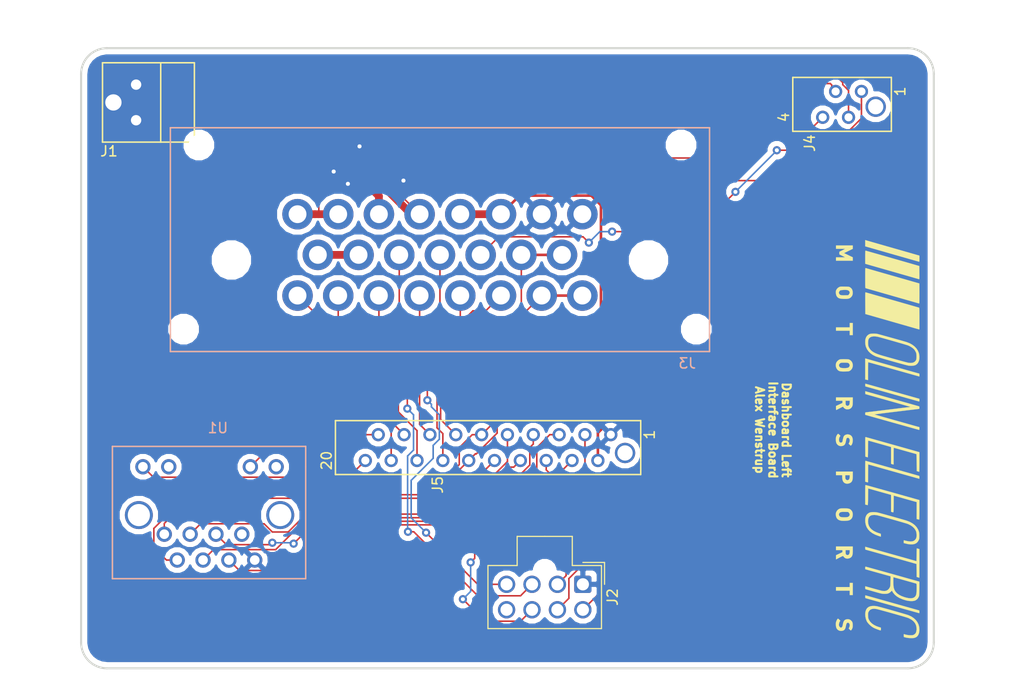
<source format=kicad_pcb>
(kicad_pcb (version 20171130) (host pcbnew 5.0.2-bee76a0~70~ubuntu18.04.1)

  (general
    (thickness 1.6)
    (drawings 9)
    (tracks 239)
    (zones 0)
    (modules 7)
    (nets 34)
  )

  (page A4)
  (layers
    (0 F.Cu signal)
    (31 B.Cu signal)
    (32 B.Adhes user)
    (33 F.Adhes user)
    (34 B.Paste user)
    (35 F.Paste user)
    (36 B.SilkS user)
    (37 F.SilkS user)
    (38 B.Mask user)
    (39 F.Mask user)
    (40 Dwgs.User user)
    (41 Cmts.User user)
    (42 Eco1.User user)
    (43 Eco2.User user)
    (44 Edge.Cuts user)
    (45 Margin user)
    (46 B.CrtYd user)
    (47 F.CrtYd user)
    (48 B.Fab user)
    (49 F.Fab user)
  )

  (setup
    (last_trace_width 0.762)
    (user_trace_width 0.1524)
    (user_trace_width 0.254)
    (user_trace_width 0.762)
    (trace_clearance 0.2)
    (zone_clearance 0.508)
    (zone_45_only no)
    (trace_min 0.1524)
    (segment_width 0.2)
    (edge_width 0.2)
    (via_size 0.8)
    (via_drill 0.4)
    (via_min_size 0.4)
    (via_min_drill 0.3)
    (uvia_size 0.3)
    (uvia_drill 0.1)
    (uvias_allowed no)
    (uvia_min_size 0.2)
    (uvia_min_drill 0.1)
    (pcb_text_width 0.3)
    (pcb_text_size 1.5 1.5)
    (mod_edge_width 0.15)
    (mod_text_size 1 1)
    (mod_text_width 0.15)
    (pad_size 1.3 1.3)
    (pad_drill 0.8)
    (pad_to_mask_clearance 0.051)
    (solder_mask_min_width 0.25)
    (aux_axis_origin 0 0)
    (visible_elements FFFFFF7F)
    (pcbplotparams
      (layerselection 0x010fc_ffffffff)
      (usegerberextensions true)
      (usegerberattributes false)
      (usegerberadvancedattributes false)
      (creategerberjobfile false)
      (excludeedgelayer true)
      (linewidth 0.076200)
      (plotframeref false)
      (viasonmask false)
      (mode 1)
      (useauxorigin false)
      (hpglpennumber 1)
      (hpglpenspeed 20)
      (hpglpendiameter 15.000000)
      (psnegative false)
      (psa4output false)
      (plotreference true)
      (plotvalue true)
      (plotinvisibletext false)
      (padsonsilk false)
      (subtractmaskfromsilk false)
      (outputformat 1)
      (mirror false)
      (drillshape 0)
      (scaleselection 1)
      (outputdirectory "/home/awenstrup/Documents/Formula/MKIV-Boards/Boards/Interface_DashLeft/interface/Shipment Files/"))
  )

  (net 0 "")
  (net 1 /BOTS->ESTOP)
  (net 2 /ESTOP->HVD)
  (net 3 /GND)
  (net 4 /5V)
  (net 5 /SDA)
  (net 6 /SCL)
  (net 7 /Drive_Select+)
  (net 8 /Drive_Select_Sense)
  (net 9 /Drive_Select-)
  (net 10 "Net-(J2-Pad8)")
  (net 11 /Throttle2-)
  (net 12 /CANL)
  (net 13 /Throttle1+)
  (net 14 /Throttle1_Sense)
  (net 15 /Throttle1-)
  (net 16 /Throttle2+)
  (net 17 /Throttle2_Sense)
  (net 18 /CANH)
  (net 19 /RTD_LSD_GND)
  (net 20 /BSPD->IS)
  (net 21 /IS->BOTS)
  (net 22 /12V)
  (net 23 /MOSI)
  (net 24 /MISO)
  (net 25 /SCK)
  (net 26 /RESET)
  (net 27 /LED1)
  (net 28 /LED2)
  (net 29 "Net-(U1-Pad11)")
  (net 30 "Net-(U1-Pad9)")
  (net 31 "Net-(U1-Pad7)")
  (net 32 "Net-(U1-Pad13)")
  (net 33 "Net-(U1-Pad14)")

  (net_class Default "This is the default net class."
    (clearance 0.2)
    (trace_width 0.1524)
    (via_dia 0.8)
    (via_drill 0.4)
    (uvia_dia 0.3)
    (uvia_drill 0.1)
    (add_net /12V)
    (add_net /5V)
    (add_net /BOTS->ESTOP)
    (add_net /BSPD->IS)
    (add_net /CANH)
    (add_net /CANL)
    (add_net /Drive_Select+)
    (add_net /Drive_Select-)
    (add_net /Drive_Select_Sense)
    (add_net /ESTOP->HVD)
    (add_net /GND)
    (add_net /IS->BOTS)
    (add_net /LED1)
    (add_net /LED2)
    (add_net /MISO)
    (add_net /MOSI)
    (add_net /RESET)
    (add_net /RTD_LSD_GND)
    (add_net /SCK)
    (add_net /SCL)
    (add_net /SDA)
    (add_net /Throttle1+)
    (add_net /Throttle1-)
    (add_net /Throttle1_Sense)
    (add_net /Throttle2+)
    (add_net /Throttle2-)
    (add_net /Throttle2_Sense)
    (add_net "Net-(J2-Pad8)")
    (add_net "Net-(U1-Pad11)")
    (add_net "Net-(U1-Pad13)")
    (add_net "Net-(U1-Pad14)")
    (add_net "Net-(U1-Pad7)")
    (add_net "Net-(U1-Pad9)")
  )

  (net_class Power ""
    (clearance 0.2)
    (trace_width 0.254)
    (via_dia 0.8)
    (via_drill 0.4)
    (uvia_dia 0.3)
    (uvia_drill 0.1)
  )

  (net_class Shutdown ""
    (clearance 0.2)
    (trace_width 0.762)
    (via_dia 0.8)
    (via_drill 0.4)
    (uvia_dia 0.3)
    (uvia_drill 0.1)
  )

  (module footprints:RJ45-Vertical (layer B.Cu) (tedit 5A6A89D8) (tstamp 5C26A7AF)
    (at 19.666 108.204)
    (path /5C09DFB8)
    (fp_text reference U1 (at 7.366 -3.81) (layer B.SilkS)
      (effects (font (size 1 1) (thickness 0.15)) (justify mirror))
    )
    (fp_text value RJ45_VT (at -4.377 0.9785 -90) (layer B.Fab)
      (effects (font (size 1 1) (thickness 0.15)) (justify mirror))
    )
    (fp_line (start 16 0) (end 16 11) (layer B.SilkS) (width 0.15))
    (fp_line (start 16 11) (end -3 11) (layer B.SilkS) (width 0.15))
    (fp_line (start -3 11) (end -3 -2) (layer B.SilkS) (width 0.15))
    (fp_line (start -3 -2) (end 16 -2) (layer B.SilkS) (width 0.15))
    (fp_line (start 16 -2) (end 16 0) (layer B.SilkS) (width 0.15))
    (pad 14 thru_hole circle (at 13.5 4.75) (size 2.75 2.75) (drill 2.18) (layers *.Cu *.Mask)
      (net 33 "Net-(U1-Pad14)"))
    (pad 13 thru_hole circle (at -0.4 4.75) (size 2.75 2.75) (drill 2.18) (layers *.Cu *.Mask)
      (net 32 "Net-(U1-Pad13)"))
    (pad 8 thru_hole circle (at 10.99 9.17) (size 1.5 1.5) (drill 0.95) (layers *.Cu *.Mask)
      (net 3 /GND))
    (pad 6 thru_hole circle (at 8.45 9.17) (size 1.5 1.5) (drill 0.95) (layers *.Cu *.Mask B.Paste)
      (net 23 /MOSI))
    (pad 4 thru_hole circle (at 5.91 9.17) (size 1.5 1.5) (drill 0.95) (layers *.Cu *.Mask)
      (net 25 /SCK))
    (pad 2 thru_hole circle (at 3.37 9.17) (size 1.5 1.5) (drill 0.95) (layers *.Cu *.Mask)
      (net 18 /CANH))
    (pad 7 thru_hole circle (at 9.72 6.63) (size 1.5 1.5) (drill 0.95) (layers *.Cu *.Mask)
      (net 31 "Net-(U1-Pad7)"))
    (pad 5 thru_hole circle (at 7.18 6.63) (size 1.5 1.5) (drill 0.95) (layers *.Cu *.Mask)
      (net 24 /MISO))
    (pad 3 thru_hole circle (at 4.64 6.63) (size 1.5 1.5) (drill 0.95) (layers *.Cu *.Mask)
      (net 26 /RESET))
    (pad 1 thru_hole circle (at 2.1 6.63) (size 1.5 1.5) (drill 0.95) (layers *.Cu *.Mask)
      (net 12 /CANL))
    (pad 10 thru_hole circle (at 10.56 0) (size 1.5 1.5) (drill 0.95) (layers *.Cu *.Mask)
      (net 27 /LED1))
    (pad 9 thru_hole circle (at 13.1 0) (size 1.5 1.5) (drill 0.95) (layers *.Cu *.Mask)
      (net 30 "Net-(U1-Pad9)"))
    (pad 11 thru_hole circle (at 2.54 0) (size 1.5 1.5) (drill 0.95) (layers *.Cu *.Mask)
      (net 29 "Net-(U1-Pad11)"))
    (pad 12 thru_hole circle (at 0 0) (size 1.5 1.5) (drill 0.95) (layers *.Cu *.Mask)
      (net 28 /LED2))
    (model ${LOCAL_DIR}/OEM_Preferred_Parts/3DModels/rj45-vert/rj45-vert.step
      (at (xyz 0 0 0))
      (scale (xyz 1 1 1))
      (rotate (xyz 0 0 0))
    )
  )

  (module footprints:Ultrafit_2 (layer F.Cu) (tedit 59F11364) (tstamp 5C26A646)
    (at 18.994 74.14 180)
    (path /5C0780B8)
    (fp_text reference J1 (at 2.667 -3.048 180) (layer F.SilkS)
      (effects (font (size 1 1) (thickness 0.15)))
    )
    (fp_text value UF_2_VT (at 4.572 0.508 270) (layer F.Fab) hide
      (effects (font (size 1 1) (thickness 0.15)))
    )
    (fp_line (start 3.302 5.65) (end 3.302 -2.15) (layer F.SilkS) (width 0.15))
    (fp_line (start -2.42 5.65) (end -2.42 -2.15) (layer F.SilkS) (width 0.15))
    (fp_line (start -2.42 -2.15) (end 3.302 -2.15) (layer F.SilkS) (width 0.15))
    (fp_line (start -2.42 5.65) (end 3.302 5.65) (layer F.SilkS) (width 0.15))
    (fp_line (start -5.73 5.65) (end -2.42 5.65) (layer F.SilkS) (width 0.15))
    (fp_line (start -5.73 -2.15) (end -5.73 5.65) (layer F.SilkS) (width 0.15))
    (fp_line (start -2.42 -2.15) (end -5.73 -2.15) (layer F.SilkS) (width 0.15))
    (fp_text user "6.55mm Clearance" (at -4.07 1.75 270) (layer F.Fab)
      (effects (font (size 0.5 0.5) (thickness 0.08)))
    )
    (fp_line (start -5.588 5.588) (end -5.588 -2.032) (layer F.Fab) (width 0.15))
    (fp_line (start -2.54 5.588) (end -5.588 5.588) (layer F.Fab) (width 0.15))
    (fp_line (start -2.54 -2.032) (end -2.54 5.588) (layer F.Fab) (width 0.15))
    (fp_line (start -5.588 -2.032) (end -2.54 -2.032) (layer F.Fab) (width 0.15))
    (pad "" thru_hole circle (at 2.23 1.75 180) (size 1.981 1.981) (drill 1.6) (layers *.Cu *.Mask))
    (pad 1 thru_hole circle (at 0 3.5 180) (size 1.397 1.397) (drill 1.02) (layers *.Cu *.Mask)
      (net 2 /ESTOP->HVD))
    (pad 2 thru_hole circle (at 0 0 180) (size 1.397 1.397) (drill 1.02) (layers *.Cu *.Mask)
      (net 1 /BOTS->ESTOP))
    (model ${LOCAL_DIR}/OEM_Preferred_Parts/3DModels/Ultrafit-2/Ultrafit-2.step
      (at (xyz 0 0 0))
      (scale (xyz 1 1 1))
      (rotate (xyz 0 0 0))
    )
  )

  (module Connector_Molex:Molex_Nano-Fit_105310-xx08_2x04_P2.50mm_Vertical (layer F.Cu) (tedit 5B7830BB) (tstamp 5C26A69D)
    (at 62.912 119.761 270)
    (descr "Molex Nano-Fit Power Connectors, 105310-xx08, 4 Pins per row (http://www.molex.com/pdm_docs/sd/1053101208_sd.pdf), generated with kicad-footprint-generator")
    (tags "connector Molex Nano-Fit side entry")
    (path /5C078824)
    (fp_text reference J2 (at 1.25 -2.92 270) (layer F.SilkS)
      (effects (font (size 1 1) (thickness 0.15)))
    )
    (fp_text value MM_F_VT_08 (at 3.937 -6.8745) (layer F.Fab)
      (effects (font (size 1 1) (thickness 0.15)))
    )
    (fp_text user %R (at 3.54 3.75) (layer F.Fab)
      (effects (font (size 1 1) (thickness 0.15)))
    )
    (fp_line (start 0 -1.012893) (end 0.5 -1.72) (layer F.Fab) (width 0.1))
    (fp_line (start -0.5 -1.72) (end 0 -1.012893) (layer F.Fab) (width 0.1))
    (fp_line (start -2.15 -2.13) (end -2.15 0) (layer F.SilkS) (width 0.12))
    (fp_line (start 0 -2.13) (end -2.15 -2.13) (layer F.SilkS) (width 0.12))
    (fp_line (start -2.02 1.65) (end -4.1 1.65) (layer F.Fab) (width 0.1))
    (fp_line (start -2.02 5.85) (end -2.02 1.65) (layer F.Fab) (width 0.1))
    (fp_line (start -4.1 5.85) (end -2.02 5.85) (layer F.Fab) (width 0.1))
    (fp_line (start -4.1 1.65) (end -4.1 5.85) (layer F.Fab) (width 0.1))
    (fp_line (start -5.1 6.85) (end -5.1 3.75) (layer F.CrtYd) (width 0.05))
    (fp_line (start -2.24 6.85) (end -5.1 6.85) (layer F.CrtYd) (width 0.05))
    (fp_line (start -2.24 9.72) (end -2.24 6.85) (layer F.CrtYd) (width 0.05))
    (fp_line (start 4.74 9.72) (end -2.24 9.72) (layer F.CrtYd) (width 0.05))
    (fp_line (start 4.74 3.75) (end 4.74 9.72) (layer F.CrtYd) (width 0.05))
    (fp_line (start -5.1 0.65) (end -5.1 3.75) (layer F.CrtYd) (width 0.05))
    (fp_line (start -2.24 0.65) (end -5.1 0.65) (layer F.CrtYd) (width 0.05))
    (fp_line (start -2.24 -2.22) (end -2.24 0.65) (layer F.CrtYd) (width 0.05))
    (fp_line (start 4.74 -2.22) (end -2.24 -2.22) (layer F.CrtYd) (width 0.05))
    (fp_line (start 4.74 3.75) (end 4.74 -2.22) (layer F.CrtYd) (width 0.05))
    (fp_line (start -4.71 6.46) (end -4.71 3.75) (layer F.SilkS) (width 0.12))
    (fp_line (start -1.85 6.46) (end -4.71 6.46) (layer F.SilkS) (width 0.12))
    (fp_line (start -1.85 9.33) (end -1.85 6.46) (layer F.SilkS) (width 0.12))
    (fp_line (start 4.35 9.33) (end -1.85 9.33) (layer F.SilkS) (width 0.12))
    (fp_line (start 4.35 3.75) (end 4.35 9.33) (layer F.SilkS) (width 0.12))
    (fp_line (start -4.71 1.04) (end -4.71 3.75) (layer F.SilkS) (width 0.12))
    (fp_line (start -1.85 1.04) (end -4.71 1.04) (layer F.SilkS) (width 0.12))
    (fp_line (start -1.85 -1.83) (end -1.85 1.04) (layer F.SilkS) (width 0.12))
    (fp_line (start 4.35 -1.83) (end -1.85 -1.83) (layer F.SilkS) (width 0.12))
    (fp_line (start 4.35 3.75) (end 4.35 -1.83) (layer F.SilkS) (width 0.12))
    (fp_line (start -4.6 6.35) (end -4.6 3.75) (layer F.Fab) (width 0.1))
    (fp_line (start -1.74 6.35) (end -4.6 6.35) (layer F.Fab) (width 0.1))
    (fp_line (start -1.74 9.22) (end -1.74 6.35) (layer F.Fab) (width 0.1))
    (fp_line (start 4.24 9.22) (end -1.74 9.22) (layer F.Fab) (width 0.1))
    (fp_line (start 4.24 3.75) (end 4.24 9.22) (layer F.Fab) (width 0.1))
    (fp_line (start -4.6 1.15) (end -4.6 3.75) (layer F.Fab) (width 0.1))
    (fp_line (start -1.74 1.15) (end -4.6 1.15) (layer F.Fab) (width 0.1))
    (fp_line (start -1.74 -1.72) (end -1.74 1.15) (layer F.Fab) (width 0.1))
    (fp_line (start 4.24 -1.72) (end -1.74 -1.72) (layer F.Fab) (width 0.1))
    (fp_line (start 4.24 3.75) (end 4.24 -1.72) (layer F.Fab) (width 0.1))
    (pad "" np_thru_hole circle (at -1.34 3.75 270) (size 1.3 1.3) (drill 1.3) (layers *.Cu *.Mask))
    (pad 8 thru_hole circle (at 2.5 7.5 270) (size 1.7 1.7) (drill 1.2) (layers *.Cu *.Mask)
      (net 10 "Net-(J2-Pad8)"))
    (pad 7 thru_hole circle (at 2.5 5 270) (size 1.7 1.7) (drill 1.2) (layers *.Cu *.Mask)
      (net 9 /Drive_Select-))
    (pad 6 thru_hole circle (at 2.5 2.5 270) (size 1.7 1.7) (drill 1.2) (layers *.Cu *.Mask)
      (net 8 /Drive_Select_Sense))
    (pad 5 thru_hole circle (at 2.5 0 270) (size 1.7 1.7) (drill 1.2) (layers *.Cu *.Mask)
      (net 7 /Drive_Select+))
    (pad 4 thru_hole circle (at 0 7.5 270) (size 1.7 1.7) (drill 1.2) (layers *.Cu *.Mask)
      (net 6 /SCL))
    (pad 3 thru_hole circle (at 0 5 270) (size 1.7 1.7) (drill 1.2) (layers *.Cu *.Mask)
      (net 5 /SDA))
    (pad 2 thru_hole circle (at 0 2.5 270) (size 1.7 1.7) (drill 1.2) (layers *.Cu *.Mask)
      (net 4 /5V))
    (pad 1 thru_hole roundrect (at 0 0 270) (size 1.7 1.7) (drill 1.2) (layers *.Cu *.Mask) (roundrect_rratio 0.147059)
      (net 3 /GND))
    (model ${LOCAL_DIR}/OEM_Preferred_Parts/3DModels/Nanofit_2x4/1053101208.stp
      (offset (xyz 1.269999980926514 -3.809999942779541 5.079999923706055))
      (scale (xyz 1 1 1))
      (rotate (xyz 0 0 -90))
    )
  )

  (module footprints:Ampseal_23 (layer B.Cu) (tedit 5A7B7D60) (tstamp 5C26A727)
    (at 69.3635 87.8765 180)
    (path /5C0774EC)
    (fp_text reference J3 (at -3.81 -10.16 180) (layer B.SilkS)
      (effects (font (size 1 1) (thickness 0.15)) (justify mirror))
    )
    (fp_text value Ampseal_23_VT (at -1.524 13.97 180) (layer B.Fab)
      (effects (font (size 1 1) (thickness 0.15)) (justify mirror))
    )
    (fp_line (start -6 -9) (end -6 13) (layer B.SilkS) (width 0.15))
    (fp_line (start 47 -9) (end -6 -9) (layer B.SilkS) (width 0.15))
    (fp_line (start 47 13) (end 47 -9) (layer B.SilkS) (width 0.15))
    (fp_line (start -6 13) (end 47 13) (layer B.SilkS) (width 0.15))
    (pad "" np_thru_hole circle (at 0 0 180) (size 2.85 2.85) (drill 2.85) (layers *.Cu *.Mask))
    (pad 1 thru_hole circle (at 6.5 4.5 180) (size 3 3) (drill 1.75) (layers *.Cu *.Mask)
      (net 3 /GND))
    (pad 9 thru_hole circle (at 8.5 0.5 180) (size 3 3) (drill 1.75) (layers *.Cu *.Mask)
      (net 18 /CANH))
    (pad 16 thru_hole circle (at 6.5 -3.5 180) (size 3 3) (drill 1.75) (layers *.Cu *.Mask)
      (net 12 /CANL))
    (pad 2 thru_hole circle (at 10.5 4.5 180) (size 3 3) (drill 1.75) (layers *.Cu *.Mask)
      (net 3 /GND))
    (pad 3 thru_hole circle (at 14.5 4.5 180) (size 3 3) (drill 1.75) (layers *.Cu *.Mask)
      (net 22 /12V))
    (pad 5 thru_hole circle (at 22.5 4.5 180) (size 3 3) (drill 1.75) (layers *.Cu *.Mask)
      (net 2 /ESTOP->HVD))
    (pad 4 thru_hole circle (at 18.5 4.5 180) (size 3 3) (drill 1.75) (layers *.Cu *.Mask)
      (net 22 /12V))
    (pad 6 thru_hole circle (at 26.5 4.5 180) (size 3 3) (drill 1.75) (layers *.Cu *.Mask)
      (net 1 /BOTS->ESTOP))
    (pad 7 thru_hole circle (at 30.5 4.5 180) (size 3 3) (drill 1.75) (layers *.Cu *.Mask)
      (net 21 /IS->BOTS))
    (pad 8 thru_hole circle (at 34.5 4.5 180) (size 3 3) (drill 1.75) (layers *.Cu *.Mask)
      (net 21 /IS->BOTS))
    (pad 15 thru_hole circle (at 32.5 0.5 180) (size 3 3) (drill 1.75) (layers *.Cu *.Mask)
      (net 20 /BSPD->IS))
    (pad 14 thru_hole circle (at 28.5 0.5 180) (size 3 3) (drill 1.75) (layers *.Cu *.Mask)
      (net 20 /BSPD->IS))
    (pad 12 thru_hole circle (at 20.5 0.5 180) (size 3 3) (drill 1.75) (layers *.Cu *.Mask)
      (net 6 /SCL))
    (pad 13 thru_hole circle (at 24.5 0.5 180) (size 3 3) (drill 1.75) (layers *.Cu *.Mask)
      (net 5 /SDA))
    (pad 11 thru_hole circle (at 16.5 0.5 180) (size 3 3) (drill 1.75) (layers *.Cu *.Mask)
      (net 19 /RTD_LSD_GND))
    (pad 10 thru_hole circle (at 12.5 0.5 180) (size 3 3) (drill 1.75) (layers *.Cu *.Mask)
      (net 18 /CANH))
    (pad 22 thru_hole circle (at 30.5 -3.5 180) (size 3 3) (drill 1.75) (layers *.Cu *.Mask)
      (net 17 /Throttle2_Sense))
    (pad 21 thru_hole circle (at 26.5 -3.5 180) (size 3 3) (drill 1.75) (layers *.Cu *.Mask)
      (net 16 /Throttle2+))
    (pad 20 thru_hole circle (at 22.5 -3.5 180) (size 3 3) (drill 1.75) (layers *.Cu *.Mask)
      (net 15 /Throttle1-))
    (pad 19 thru_hole circle (at 18.5 -3.5 180) (size 3 3) (drill 1.75) (layers *.Cu *.Mask)
      (net 14 /Throttle1_Sense))
    (pad 18 thru_hole circle (at 14.5 -3.5 180) (size 3 3) (drill 1.75) (layers *.Cu *.Mask)
      (net 13 /Throttle1+))
    (pad 17 thru_hole circle (at 10.5 -3.5 180) (size 3 3) (drill 1.75) (layers *.Cu *.Mask)
      (net 12 /CANL))
    (pad 23 thru_hole circle (at 34.5 -3.5 180) (size 3 3) (drill 1.75) (layers *.Cu *.Mask)
      (net 11 /Throttle2-))
    (pad "" np_thru_hole circle (at -3.2 11.3 180) (size 2 2) (drill 2) (layers *.Cu *.Mask))
    (pad "" np_thru_hole circle (at 44.2 11.3 180) (size 2 2) (drill 2) (layers *.Cu *.Mask))
    (pad "" np_thru_hole circle (at -4.7 -6.8 180) (size 2 2) (drill 2) (layers *.Cu *.Mask))
    (pad "" np_thru_hole circle (at 45.7 -6.8 180) (size 2 2) (drill 2) (layers *.Cu *.Mask))
    (pad "" np_thru_hole circle (at 41 0 180) (size 2.85 2.85) (drill 2.85) (layers *.Cu *.Mask))
    (model ${LOCAL_DIR}/OEM_Preferred_Parts/3DModels/Ampseal-23/Ampseal_23.step
      (at (xyz 0 0 0))
      (scale (xyz 1 1 1))
      (rotate (xyz 0 0 0))
    )
  )

  (module footprints:micromatch_female_vert_4 (layer F.Cu) (tedit 5C16B8A4) (tstamp 5C26A77D)
    (at 85.217 71.3105 270)
    (path /5C05EF31)
    (fp_text reference J4 (at 5.08 0 270) (layer F.SilkS)
      (effects (font (size 1 1) (thickness 0.15)))
    )
    (fp_text value MM_F_VT_04 (at 6.35 -1.27) (layer F.Fab) hide
      (effects (font (size 1 1) (thickness 0.15)))
    )
    (fp_line (start 3.92 1.67) (end 3.92 -8.02) (layer F.SilkS) (width 0.15))
    (fp_line (start -1.38 1.67) (end -1.38 -8.02) (layer F.SilkS) (width 0.15))
    (fp_line (start -1.38 -8.02) (end 3.92 -8.02) (layer F.SilkS) (width 0.15))
    (fp_line (start -1.38 1.67) (end 3.92 1.67) (layer F.SilkS) (width 0.15))
    (fp_text user 1 (at 0 -8.89 270) (layer F.SilkS)
      (effects (font (size 1 1) (thickness 0.15)))
    )
    (fp_text user 4 (at 2.54 2.54 270) (layer F.SilkS)
      (effects (font (size 1 1) (thickness 0.15)))
    )
    (pad 5 thru_hole circle (at 1.5 -6.48 270) (size 2 2) (drill 1.5) (layers *.Cu *.Mask))
    (pad 4 thru_hole circle (at 2.54 -1.27 270) (size 1.3 1.3) (drill 0.8) (layers *.Cu *.Mask)
      (net 19 /RTD_LSD_GND))
    (pad 2 thru_hole circle (at 2.54 -3.81 270) (size 1.3 1.3) (drill 0.8) (layers *.Cu *.Mask)
      (net 21 /IS->BOTS))
    (pad 1 thru_hole circle (at 0 -5.08 270) (size 1.3 1.3) (drill 0.8) (layers *.Cu *.Mask)
      (net 1 /BOTS->ESTOP))
    (pad 3 thru_hole circle (at 0 -2.54 270) (size 1.3 1.3) (drill 0.8) (layers *.Cu *.Mask)
      (net 2 /ESTOP->HVD))
    (model ${LOCAL_DIR}/OEM_Preferred_Parts/3DModels/micromatch_vert4/micromatch_vert4.wrl
      (at (xyz 0 0 0))
      (scale (xyz 1 1 1))
      (rotate (xyz 0 0 0))
    )
  )

  (module footprints:Logo_Large (layer F.Cu) (tedit 0) (tstamp 5C55DDD3)
    (at 91.8845 105.4735 270)
    (fp_text reference G*** (at 0 0 270) (layer F.SilkS) hide
      (effects (font (size 1.524 1.524) (thickness 0.3)))
    )
    (fp_text value LOGO (at 0.75 0 270) (layer F.SilkS) hide
      (effects (font (size 1.524 1.524) (thickness 0.3)))
    )
    (fp_poly (pts (xy 18.846075 -4.107132) (xy 19.065319 -4.073701) (xy 19.245128 -4.00857) (xy 19.386053 -3.911374)
      (xy 19.488644 -3.781749) (xy 19.547339 -3.641645) (xy 19.569425 -3.520595) (xy 19.578482 -3.365329)
      (xy 19.575075 -3.190579) (xy 19.55977 -3.011076) (xy 19.533133 -2.841552) (xy 19.513326 -2.7559)
      (xy 19.466072 -2.5781) (xy 19.319402 -2.570419) (xy 19.237351 -2.567742) (xy 19.195339 -2.57278)
      (xy 19.182819 -2.588551) (xy 19.186227 -2.608519) (xy 19.235407 -2.788415) (xy 19.267007 -2.940046)
      (xy 19.284069 -3.081574) (xy 19.289602 -3.2258) (xy 19.288823 -3.345147) (xy 19.282719 -3.428934)
      (xy 19.268636 -3.492332) (xy 19.243922 -3.550511) (xy 19.22748 -3.581081) (xy 19.147841 -3.687822)
      (xy 19.042984 -3.762652) (xy 18.905946 -3.809072) (xy 18.731219 -3.830506) (xy 18.493234 -3.820589)
      (xy 18.27688 -3.764715) (xy 18.082151 -3.662881) (xy 17.909041 -3.515082) (xy 17.757545 -3.321313)
      (xy 17.627654 -3.081571) (xy 17.59221 -2.998987) (xy 17.571635 -2.940456) (xy 17.539354 -2.83847)
      (xy 17.496933 -2.698607) (xy 17.44594 -2.526447) (xy 17.387942 -2.327567) (xy 17.324506 -2.107548)
      (xy 17.2572 -1.871969) (xy 17.187592 -1.626408) (xy 17.117248 -1.376445) (xy 17.047736 -1.127658)
      (xy 16.980623 -0.885628) (xy 16.917477 -0.655932) (xy 16.859866 -0.444151) (xy 16.809355 -0.255862)
      (xy 16.767514 -0.096646) (xy 16.735909 0.027919) (xy 16.716107 0.112254) (xy 16.711263 0.136761)
      (xy 16.690752 0.351416) (xy 16.708412 0.532897) (xy 16.76444 0.681776) (xy 16.859038 0.798628)
      (xy 16.9672 0.871811) (xy 17.035191 0.904765) (xy 17.093219 0.925159) (xy 17.15634 0.935394)
      (xy 17.239612 0.937872) (xy 17.358091 0.934995) (xy 17.36237 0.93485) (xy 17.48747 0.92889)
      (xy 17.579013 0.918554) (xy 17.654235 0.900127) (xy 17.730374 0.869893) (xy 17.7855 0.843639)
      (xy 17.966824 0.726716) (xy 18.130835 0.564279) (xy 18.275423 0.359288) (xy 18.398476 0.114701)
      (xy 18.491841 -0.14605) (xy 18.546947 -0.3302) (xy 18.684173 -0.3302) (xy 18.759908 -0.326336)
      (xy 18.809747 -0.316384) (xy 18.8214 -0.307091) (xy 18.811856 -0.255933) (xy 18.786051 -0.169673)
      (xy 18.748229 -0.059691) (xy 18.70263 0.062636) (xy 18.653497 0.185929) (xy 18.605071 0.29881)
      (xy 18.561594 0.3899) (xy 18.561476 0.390127) (xy 18.467911 0.542712) (xy 18.348018 0.696743)
      (xy 18.21261 0.840996) (xy 18.072502 0.96425) (xy 17.938507 1.055282) (xy 17.902553 1.073948)
      (xy 17.68491 1.155256) (xy 17.449917 1.203581) (xy 17.212714 1.217322) (xy 16.98844 1.194875)
      (xy 16.9164 1.178335) (xy 16.742656 1.110338) (xy 16.60644 1.008624) (xy 16.505319 0.870841)
      (xy 16.444757 0.722333) (xy 16.420344 0.596727) (xy 16.40997 0.440211) (xy 16.413891 0.270767)
      (xy 16.432364 0.106382) (xy 16.435686 0.087214) (xy 16.449784 0.023892) (xy 16.476574 -0.082556)
      (xy 16.514461 -0.226506) (xy 16.561853 -0.402333) (xy 16.617155 -0.604413) (xy 16.678773 -0.827123)
      (xy 16.745115 -1.064837) (xy 16.814585 -1.311932) (xy 16.885591 -1.562783) (xy 16.956539 -1.811766)
      (xy 17.025834 -2.053258) (xy 17.091883 -2.281633) (xy 17.153093 -2.491268) (xy 17.207869 -2.676538)
      (xy 17.254618 -2.831819) (xy 17.291746 -2.951488) (xy 17.31766 -3.029919) (xy 17.32356 -3.046005)
      (xy 17.45192 -3.320441) (xy 17.609516 -3.557101) (xy 17.793792 -3.754203) (xy 18.002187 -3.909964)
      (xy 18.232145 -4.0226) (xy 18.481106 -4.090329) (xy 18.746513 -4.111367) (xy 18.846075 -4.107132)) (layer F.SilkS) (width 0.01))
    (fp_poly (pts (xy 17.110144 -4.100777) (xy 17.1196 -4.081557) (xy 17.112847 -4.05268) (xy 17.093191 -3.978163)
      (xy 17.061533 -3.861253) (xy 17.018775 -3.705199) (xy 16.965818 -3.513248) (xy 16.903564 -3.288649)
      (xy 16.832916 -3.034648) (xy 16.754774 -2.754495) (xy 16.670041 -2.451437) (xy 16.579619 -2.128721)
      (xy 16.484408 -1.789596) (xy 16.394622 -1.47038) (xy 16.295615 -1.118626) (xy 16.200329 -0.779986)
      (xy 16.109688 -0.457745) (xy 16.024615 -0.155185) (xy 15.946031 0.124408) (xy 15.874859 0.37775)
      (xy 15.812021 0.601557) (xy 15.758441 0.792544) (xy 15.715039 0.947427) (xy 15.68274 1.062922)
      (xy 15.662464 1.135745) (xy 15.655269 1.16205) (xy 15.641032 1.195216) (xy 15.610785 1.212381)
      (xy 15.55088 1.218605) (xy 15.501192 1.2192) (xy 15.421761 1.21776) (xy 15.38213 1.210079)
      (xy 15.37131 1.191117) (xy 15.376645 1.16205) (xy 15.385469 1.130261) (xy 15.407148 1.052841)
      (xy 15.440765 0.933055) (xy 15.4854 0.774168) (xy 15.540135 0.579446) (xy 15.604052 0.352153)
      (xy 15.676233 0.095556) (xy 15.755758 -0.187081) (xy 15.841711 -0.492492) (xy 15.933171 -0.817411)
      (xy 16.029221 -1.158574) (xy 16.124968 -1.4986) (xy 16.858138 -4.1021) (xy 16.988869 -4.109778)
      (xy 17.069779 -4.110929) (xy 17.110144 -4.100777)) (layer F.SilkS) (width 0.01))
    (fp_poly (pts (xy 14.518746 -4.110906) (xy 14.698404 -4.108869) (xy 14.70025 -4.108843) (xy 14.91298 -4.105361)
      (xy 15.081461 -4.101347) (xy 15.21224 -4.096358) (xy 15.311866 -4.08995) (xy 15.386891 -4.081678)
      (xy 15.443861 -4.071099) (xy 15.489328 -4.05777) (xy 15.497388 -4.054821) (xy 15.654421 -3.970656)
      (xy 15.784095 -3.850669) (xy 15.876141 -3.70438) (xy 15.876687 -3.703155) (xy 15.917285 -3.56593)
      (xy 15.936065 -3.393631) (xy 15.933143 -3.197007) (xy 15.90864 -2.986803) (xy 15.866549 -2.788394)
      (xy 15.75969 -2.444305) (xy 15.630653 -2.145897) (xy 15.479417 -1.893139) (xy 15.305964 -1.685998)
      (xy 15.110273 -1.524442) (xy 15.0368 -1.47882) (xy 14.9711 -1.441135) (xy 14.926772 -1.415599)
      (xy 14.916101 -1.409365) (xy 14.92861 -1.390569) (xy 14.967577 -1.345723) (xy 15.014905 -1.29478)
      (xy 15.105273 -1.188908) (xy 15.166691 -1.085925) (xy 15.203839 -0.972227) (xy 15.221398 -0.834207)
      (xy 15.224402 -0.6858) (xy 15.223146 -0.609288) (xy 15.219914 -0.540653) (xy 15.213236 -0.473027)
      (xy 15.201642 -0.399544) (xy 15.183664 -0.313337) (xy 15.157832 -0.20754) (xy 15.122679 -0.075286)
      (xy 15.076733 0.090293) (xy 15.018527 0.296062) (xy 15.0016 0.3556) (xy 14.947094 0.547109)
      (xy 14.896636 0.724198) (xy 14.852013 0.880603) (xy 14.815013 1.010064) (xy 14.787427 1.106319)
      (xy 14.771042 1.163106) (xy 14.767606 1.17475) (xy 14.748204 1.201652) (xy 14.703186 1.215278)
      (xy 14.620389 1.219194) (xy 14.615988 1.2192) (xy 14.539997 1.217237) (xy 14.489879 1.212182)
      (xy 14.478 1.20741) (xy 14.48463 1.180967) (xy 14.503419 1.111599) (xy 14.532714 1.005266)
      (xy 14.570863 0.867929) (xy 14.616211 0.705548) (xy 14.667106 0.524086) (xy 14.694062 0.42826)
      (xy 14.748902 0.23144) (xy 14.800205 0.04343) (xy 14.846021 -0.12832) (xy 14.884397 -0.276357)
      (xy 14.913383 -0.393231) (xy 14.931028 -0.471491) (xy 14.934296 -0.489201) (xy 14.945442 -0.684235)
      (xy 14.912783 -0.855147) (xy 14.836995 -1.000456) (xy 14.718754 -1.118683) (xy 14.618527 -1.180782)
      (xy 14.56535 -1.207341) (xy 14.518733 -1.227046) (xy 14.469859 -1.24108) (xy 14.409913 -1.250623)
      (xy 14.33008 -1.256857) (xy 14.221545 -1.260962) (xy 14.075491 -1.264119) (xy 13.984511 -1.265732)
      (xy 13.5001 -1.274163) (xy 13.196894 -0.186232) (xy 13.131988 0.046415) (xy 13.069681 0.269286)
      (xy 13.011637 0.476465) (xy 12.959518 0.662036) (xy 12.914987 0.820083) (xy 12.879708 0.944689)
      (xy 12.855344 1.02994) (xy 12.846444 1.06045) (xy 12.799199 1.2192) (xy 12.673399 1.2192)
      (xy 12.59335 1.21486) (xy 12.554712 1.200109) (xy 12.5476 1.181994) (xy 12.554351 1.152973)
      (xy 12.57401 1.078285) (xy 12.605682 0.961154) (xy 12.648473 0.804801) (xy 12.701488 0.612451)
      (xy 12.763833 0.387326) (xy 12.834615 0.132648) (xy 12.912938 -0.148359) (xy 12.997909 -0.452473)
      (xy 13.088634 -0.776471) (xy 13.184218 -1.11713) (xy 13.283767 -1.471227) (xy 13.2842 -1.472764)
      (xy 13.30918 -1.561568) (xy 13.589 -1.561568) (xy 13.613027 -1.557581) (xy 13.679618 -1.554142)
      (xy 13.780539 -1.551483) (xy 13.907555 -1.549835) (xy 14.022135 -1.5494) (xy 14.236944 -1.551939)
      (xy 14.40836 -1.55987) (xy 14.543556 -1.573667) (xy 14.632874 -1.589795) (xy 14.835629 -1.658209)
      (xy 15.016404 -1.767013) (xy 15.176355 -1.917656) (xy 15.316637 -2.111589) (xy 15.438406 -2.350261)
      (xy 15.542817 -2.635124) (xy 15.586594 -2.786768) (xy 15.640172 -3.037604) (xy 15.657289 -3.253174)
      (xy 15.637926 -3.433607) (xy 15.582065 -3.579028) (xy 15.489688 -3.689566) (xy 15.449048 -3.719825)
      (xy 15.381999 -3.758224) (xy 15.307743 -3.787318) (xy 15.218338 -3.808288) (xy 15.105837 -3.822318)
      (xy 14.962298 -3.83059) (xy 14.779775 -3.834285) (xy 14.676561 -3.83478) (xy 14.514398 -3.83459)
      (xy 14.395949 -3.833059) (xy 14.314133 -3.829515) (xy 14.26187 -3.823288) (xy 14.232079 -3.813708)
      (xy 14.217678 -3.800103) (xy 14.21384 -3.79095) (xy 14.200926 -3.746738) (xy 14.176746 -3.662079)
      (xy 14.142966 -3.542921) (xy 14.101254 -3.395214) (xy 14.053278 -3.224909) (xy 14.000704 -3.037954)
      (xy 13.945202 -2.8403) (xy 13.888438 -2.637896) (xy 13.832079 -2.436691) (xy 13.777794 -2.242635)
      (xy 13.727249 -2.061678) (xy 13.682113 -1.899769) (xy 13.644053 -1.762858) (xy 13.614736 -1.656895)
      (xy 13.595829 -1.587828) (xy 13.589001 -1.561609) (xy 13.589 -1.561568) (xy 13.30918 -1.561568)
      (xy 13.383674 -1.826383) (xy 13.479196 -2.166201) (xy 13.569873 -2.489031) (xy 13.654813 -2.791687)
      (xy 13.733125 -3.070984) (xy 13.803916 -3.323735) (xy 13.866295 -3.546755) (xy 13.91937 -3.736857)
      (xy 13.96225 -3.890855) (xy 13.994042 -4.005564) (xy 14.013856 -4.077796) (xy 14.020798 -4.104367)
      (xy 14.0208 -4.104402) (xy 14.045099 -4.107784) (xy 14.113617 -4.110169) (xy 14.21978 -4.111513)
      (xy 14.357014 -4.111773) (xy 14.518746 -4.110906)) (layer F.SilkS) (width 0.01))
    (fp_poly (pts (xy 12.493298 -4.114659) (xy 12.739662 -4.114252) (xy 12.965605 -4.113606) (xy 13.166561 -4.112746)
      (xy 13.337962 -4.1117) (xy 13.475244 -4.110493) (xy 13.57384 -4.109152) (xy 13.629183 -4.107703)
      (xy 13.6398 -4.106711) (xy 13.633185 -4.079941) (xy 13.616175 -4.019725) (xy 13.600844 -3.967445)
      (xy 13.561889 -3.836269) (xy 12.923653 -3.829485) (xy 12.285417 -3.8227) (xy 11.595343 -1.3716)
      (xy 11.498682 -1.028193) (xy 11.405701 -0.697713) (xy 11.317352 -0.383554) (xy 11.234589 -0.089112)
      (xy 11.158363 0.182221) (xy 11.089628 0.42705) (xy 11.029337 0.641979) (xy 10.978441 0.823616)
      (xy 10.937895 0.968565) (xy 10.908649 1.073433) (xy 10.891658 1.134825) (xy 10.88775 1.14935)
      (xy 10.873781 1.189554) (xy 10.848504 1.210379) (xy 10.797741 1.218144) (xy 10.731016 1.2192)
      (xy 10.654707 1.218152) (xy 10.604279 1.215451) (xy 10.592124 1.21285) (xy 10.598905 1.188051)
      (xy 10.61855 1.117595) (xy 10.65015 1.004718) (xy 10.692794 0.852659) (xy 10.745572 0.664656)
      (xy 10.807575 0.443948) (xy 10.877892 0.193774) (xy 10.955615 -0.082629) (xy 11.039831 -0.382023)
      (xy 11.129633 -0.701168) (xy 11.224109 -1.036827) (xy 11.300483 -1.3081) (xy 12.008517 -3.8227)
      (xy 11.37381 -3.829492) (xy 11.175123 -3.831995) (xy 11.021923 -3.834974) (xy 10.908894 -3.838793)
      (xy 10.830723 -3.843822) (xy 10.782096 -3.850426) (xy 10.7577 -3.858971) (xy 10.75222 -3.869826)
      (xy 10.752945 -3.872353) (xy 10.768098 -3.918892) (xy 10.788701 -3.990124) (xy 10.794572 -4.011612)
      (xy 10.822358 -4.1148) (xy 12.231079 -4.1148) (xy 12.493298 -4.114659)) (layer F.SilkS) (width 0.01))
    (fp_poly (pts (xy 9.644024 -4.100819) (xy 9.737924 -4.097534) (xy 9.808037 -4.088863) (xy 9.867868 -4.072481)
      (xy 9.93092 -4.046065) (xy 9.985515 -4.019716) (xy 10.135256 -3.921433) (xy 10.24756 -3.792021)
      (xy 10.322582 -3.630762) (xy 10.360479 -3.43694) (xy 10.361405 -3.209836) (xy 10.325518 -2.948733)
      (xy 10.269467 -2.71145) (xy 10.229505 -2.5654) (xy 10.093152 -2.5654) (xy 10.017679 -2.567894)
      (xy 9.968163 -2.574313) (xy 9.9568 -2.580219) (xy 9.962586 -2.610217) (xy 9.977934 -2.676503)
      (xy 9.999822 -2.766147) (xy 10.00573 -2.789769) (xy 10.055047 -3.021054) (xy 10.076172 -3.21497)
      (xy 10.068607 -3.376731) (xy 10.031857 -3.511554) (xy 9.965424 -3.624655) (xy 9.921532 -3.674079)
      (xy 9.830804 -3.749914) (xy 9.73104 -3.799481) (xy 9.611031 -3.8259) (xy 9.459566 -3.83229)
      (xy 9.365565 -3.828783) (xy 9.23724 -3.818055) (xy 9.138332 -3.79931) (xy 9.047543 -3.767489)
      (xy 8.984565 -3.73827) (xy 8.802748 -3.621126) (xy 8.637967 -3.459342) (xy 8.493726 -3.257246)
      (xy 8.373528 -3.019163) (xy 8.345759 -2.949554) (xy 8.326745 -2.892864) (xy 8.295856 -2.792891)
      (xy 8.254703 -2.65533) (xy 8.204897 -2.485876) (xy 8.14805 -2.290223) (xy 8.085774 -2.074065)
      (xy 8.01968 -1.843097) (xy 7.951378 -1.603014) (xy 7.882482 -1.35951) (xy 7.814602 -1.118279)
      (xy 7.74935 -0.885016) (xy 7.688337 -0.665415) (xy 7.633174 -0.465171) (xy 7.585474 -0.289979)
      (xy 7.546848 -0.145533) (xy 7.518906 -0.037527) (xy 7.503885 0.0254) (xy 7.484208 0.142659)
      (xy 7.471222 0.268826) (xy 7.468182 0.3429) (xy 7.483762 0.530349) (xy 7.532415 0.68054)
      (xy 7.615791 0.795024) (xy 7.735541 0.875353) (xy 7.893315 0.923078) (xy 8.090765 0.939752)
      (xy 8.103148 0.9398) (xy 8.333009 0.917751) (xy 8.540841 0.851299) (xy 8.727149 0.739982)
      (xy 8.89244 0.583341) (xy 9.037221 0.380915) (xy 9.161996 0.132243) (xy 9.248171 -0.1016)
      (xy 9.317492 -0.3175) (xy 9.459346 -0.325118) (xy 9.536459 -0.32737) (xy 9.587978 -0.325257)
      (xy 9.6012 -0.321059) (xy 9.593824 -0.293447) (xy 9.573969 -0.228571) (xy 9.545047 -0.137417)
      (xy 9.523933 -0.072141) (xy 9.401143 0.246775) (xy 9.255241 0.520459) (xy 9.086231 0.748909)
      (xy 8.894114 0.932121) (xy 8.678893 1.070095) (xy 8.440571 1.162827) (xy 8.17915 1.210316)
      (xy 8.0137 1.21711) (xy 7.898353 1.212368) (xy 7.78595 1.201152) (xy 7.69957 1.185813)
      (xy 7.694944 1.184605) (xy 7.518029 1.114037) (xy 7.37693 1.007479) (xy 7.271787 0.865059)
      (xy 7.225233 0.760255) (xy 7.20114 0.654832) (xy 7.188241 0.514975) (xy 7.186586 0.355809)
      (xy 7.196222 0.192462) (xy 7.217199 0.040061) (xy 7.22283 0.011892) (xy 7.236718 -0.045316)
      (xy 7.262954 -0.145589) (xy 7.299921 -0.28315) (xy 7.345997 -0.452221) (xy 7.399563 -0.647026)
      (xy 7.459001 -0.861787) (xy 7.52269 -1.090726) (xy 7.589011 -1.328068) (xy 7.656344 -1.568034)
      (xy 7.72307 -1.804848) (xy 7.78757 -2.032732) (xy 7.848224 -2.245909) (xy 7.903413 -2.438603)
      (xy 7.951516 -2.605036) (xy 7.990915 -2.739431) (xy 8.01999 -2.83601) (xy 8.030761 -2.8702)
      (xy 8.148023 -3.16854) (xy 8.293328 -3.430022) (xy 8.464813 -3.652464) (xy 8.660618 -3.833685)
      (xy 8.878879 -3.971504) (xy 9.024213 -4.034037) (xy 9.113632 -4.063679) (xy 9.195048 -4.083091)
      (xy 9.283899 -4.094389) (xy 9.395623 -4.099691) (xy 9.512834 -4.101041) (xy 9.644024 -4.100819)) (layer F.SilkS) (width 0.01))
    (fp_poly (pts (xy 7.243725 -4.114191) (xy 7.473485 -4.112341) (xy 7.654801 -4.109218) (xy 7.788841 -4.104789)
      (xy 7.876776 -4.099021) (xy 7.919776 -4.091882) (xy 7.9248 -4.087948) (xy 7.918971 -4.048557)
      (xy 7.904278 -3.980657) (xy 7.896384 -3.948248) (xy 7.867969 -3.835401) (xy 7.033268 -3.8354)
      (xy 6.198567 -3.8354) (xy 6.181095 -3.76555) (xy 6.17064 -3.726794) (xy 6.1479 -3.644583)
      (xy 6.114397 -3.52435) (xy 6.071652 -3.37153) (xy 6.021185 -3.191554) (xy 5.964518 -2.989857)
      (xy 5.903172 -2.771872) (xy 5.866464 -2.6416) (xy 5.569305 -1.5875) (xy 6.391452 -1.580803)
      (xy 6.639939 -1.578171) (xy 6.840201 -1.574657) (xy 6.994809 -1.57015) (xy 7.106333 -1.564542)
      (xy 7.177342 -1.557721) (xy 7.210407 -1.549579) (xy 7.2136 -1.54565) (xy 7.20674 -1.504543)
      (xy 7.18971 -1.437965) (xy 7.184179 -1.418997) (xy 7.154758 -1.3208) (xy 5.494342 -1.3208)
      (xy 5.346162 -0.79375) (xy 5.292588 -0.603224) (xy 5.23012 -0.38111) (xy 5.163626 -0.144717)
      (xy 5.097976 0.088643) (xy 5.038039 0.301658) (xy 5.030007 0.3302) (xy 4.862032 0.9271)
      (xy 5.682216 0.933797) (xy 5.944649 0.936747) (xy 6.15645 0.940901) (xy 6.317771 0.946266)
      (xy 6.428766 0.952848) (xy 6.489588 0.960654) (xy 6.5024 0.966999) (xy 6.496575 1.006161)
      (xy 6.48189 1.073906) (xy 6.473984 1.106352) (xy 6.445569 1.2192) (xy 5.483384 1.2192)
      (xy 5.225539 1.218845) (xy 5.01466 1.2177) (xy 4.846918 1.215637) (xy 4.718484 1.212532)
      (xy 4.625528 1.20826) (xy 4.564221 1.202696) (xy 4.530734 1.195714) (xy 4.5212 1.187748)
      (xy 4.527946 1.159529) (xy 4.547592 1.085619) (xy 4.579246 0.969221) (xy 4.62202 0.813538)
      (xy 4.675023 0.621772) (xy 4.737363 0.397126) (xy 4.808153 0.142803) (xy 4.8865 -0.137997)
      (xy 4.971516 -0.442069) (xy 5.062309 -0.766211) (xy 5.157989 -1.107221) (xy 5.257667 -1.461897)
      (xy 5.262549 -1.479252) (xy 6.003898 -4.1148) (xy 6.964349 -4.1148) (xy 7.243725 -4.114191)) (layer F.SilkS) (width 0.01))
    (fp_poly (pts (xy 3.849403 -4.111635) (xy 3.899152 -4.103478) (xy 3.910735 -4.09575) (xy 3.903868 -4.069174)
      (xy 3.884118 -3.996974) (xy 3.8524 -3.882421) (xy 3.80963 -3.72878) (xy 3.756723 -3.539321)
      (xy 3.694594 -3.317311) (xy 3.624158 -3.066019) (xy 3.54633 -2.788711) (xy 3.462025 -2.488656)
      (xy 3.372158 -2.169123) (xy 3.277646 -1.833378) (xy 3.204799 -1.5748) (xy 2.499726 0.9271)
      (xy 4.271092 0.940454) (xy 4.25321 1.022677) (xy 4.233581 1.099909) (xy 4.213792 1.16205)
      (xy 4.192257 1.2192) (xy 3.161217 1.2192) (xy 2.905149 1.219094) (xy 2.695375 1.218645)
      (xy 2.52739 1.217656) (xy 2.396689 1.215931) (xy 2.298765 1.213272) (xy 2.229112 1.209483)
      (xy 2.183227 1.204366) (xy 2.156602 1.197724) (xy 2.144732 1.189362) (xy 2.143113 1.179081)
      (xy 2.14421 1.17475) (xy 2.152875 1.144682) (xy 2.174367 1.068971) (xy 2.207768 0.950879)
      (xy 2.252158 0.793669) (xy 2.306618 0.600602) (xy 2.370228 0.374939) (xy 2.44207 0.119944)
      (xy 2.521224 -0.161123) (xy 2.606771 -0.464998) (xy 2.697792 -0.788422) (xy 2.793367 -1.12813)
      (xy 2.883279 -1.4478) (xy 2.982187 -1.799464) (xy 3.077369 -2.137803) (xy 3.167906 -2.459555)
      (xy 3.252877 -2.761459) (xy 3.331366 -3.040252) (xy 3.402453 -3.292672) (xy 3.46522 -3.515458)
      (xy 3.518746 -3.705349) (xy 3.562115 -3.859081) (xy 3.594407 -3.973393) (xy 3.614703 -4.045024)
      (xy 3.621969 -4.07035) (xy 3.641392 -4.097254) (xy 3.686434 -4.110881) (xy 3.769259 -4.114795)
      (xy 3.773611 -4.1148) (xy 3.849403 -4.111635)) (layer F.SilkS) (width 0.01))
    (fp_poly (pts (xy 2.47811 -4.114316) (xy 2.676824 -4.112937) (xy 2.853191 -4.110771) (xy 3.001694 -4.107929)
      (xy 3.116811 -4.104518) (xy 3.193026 -4.100649) (xy 3.224817 -4.096431) (xy 3.225414 -4.09575)
      (xy 3.218444 -4.061864) (xy 3.20124 -3.997928) (xy 3.190875 -3.9624) (xy 3.156721 -3.8481)
      (xy 2.323601 -3.8354) (xy 1.49048 -3.8227) (xy 1.178007 -2.7178) (xy 1.113641 -2.489869)
      (xy 1.053704 -2.276972) (xy 0.999583 -2.084085) (xy 0.952666 -1.916188) (xy 0.914343 -1.778257)
      (xy 0.886 -1.675271) (xy 0.869026 -1.612206) (xy 0.864566 -1.59385) (xy 0.888733 -1.58926)
      (xy 0.957745 -1.585068) (xy 1.065649 -1.58141) (xy 1.20649 -1.578426) (xy 1.374316 -1.576252)
      (xy 1.563172 -1.575025) (xy 1.689583 -1.5748) (xy 2.515567 -1.5748) (xy 2.498664 -1.50495)
      (xy 2.477749 -1.429584) (xy 2.460709 -1.37795) (xy 2.439657 -1.3208) (xy 0.789551 -1.3208)
      (xy 0.739022 -1.14935) (xy 0.720512 -1.08534) (xy 0.690238 -0.979186) (xy 0.650115 -0.837669)
      (xy 0.602059 -0.667569) (xy 0.547985 -0.475666) (xy 0.489809 -0.268741) (xy 0.432229 -0.0635)
      (xy 0.373828 0.144789) (xy 0.319383 0.338784) (xy 0.2705 0.512777) (xy 0.228785 0.66106)
      (xy 0.195844 0.777924) (xy 0.173282 0.857661) (xy 0.162707 0.894562) (xy 0.16247 0.89535)
      (xy 0.161409 0.907544) (xy 0.169768 0.917286) (xy 0.19256 0.924849) (xy 0.234795 0.930507)
      (xy 0.301483 0.934532) (xy 0.397635 0.9372) (xy 0.528262 0.938783) (xy 0.698375 0.939556)
      (xy 0.912984 0.939792) (xy 0.976188 0.9398) (xy 1.175374 0.940362) (xy 1.357293 0.941956)
      (xy 1.515991 0.944446) (xy 1.645513 0.947694) (xy 1.739904 0.951563) (xy 1.793208 0.955916)
      (xy 1.803014 0.95885) (xy 1.796043 0.992735) (xy 1.778835 1.05667) (xy 1.768466 1.0922)
      (xy 1.734304 1.2065) (xy 0.763744 1.213153) (xy 0.516076 1.214742) (xy 0.314561 1.215652)
      (xy 0.154553 1.215699) (xy 0.031407 1.214698) (xy -0.059523 1.212462) (xy -0.12288 1.208809)
      (xy -0.163312 1.203552) (xy -0.185462 1.196507) (xy -0.193977 1.187488) (xy -0.1935 1.176311)
      (xy -0.193133 1.175053) (xy -0.184511 1.144898) (xy -0.163085 1.069122) (xy -0.129779 0.951014)
      (xy -0.085517 0.793861) (xy -0.031225 0.600953) (xy 0.032172 0.375577) (xy 0.103751 0.121022)
      (xy 0.182585 -0.159423) (xy 0.267749 -0.46247) (xy 0.35832 -0.784831) (xy 0.453373 -1.123218)
      (xy 0.533829 -1.4097) (xy 0.63214 -1.759689) (xy 0.726937 -2.096976) (xy 0.817276 -2.41821)
      (xy 0.902211 -2.720037) (xy 0.980795 -2.999103) (xy 1.052085 -3.252054) (xy 1.115134 -3.475539)
      (xy 1.168997 -3.666202) (xy 1.212728 -3.820691) (xy 1.245383 -3.935653) (xy 1.266015 -4.007733)
      (xy 1.273223 -4.03225) (xy 1.299339 -4.1148) (xy 2.262569 -4.1148) (xy 2.47811 -4.114316)) (layer F.SilkS) (width 0.01))
    (fp_poly (pts (xy -1.019828 -4.114267) (xy -0.951063 -4.110378) (xy -0.901923 -4.103173) (xy -0.888499 -4.09575)
      (xy -0.895161 -4.069227) (xy -0.914693 -3.996977) (xy -0.946212 -3.882178) (xy -0.988831 -3.728004)
      (xy -1.041667 -3.537632) (xy -1.103834 -3.314239) (xy -1.174447 -3.061) (xy -1.252622 -2.781092)
      (xy -1.337474 -2.477689) (xy -1.428117 -2.15397) (xy -1.523667 -1.813109) (xy -1.62324 -1.458282)
      (xy -1.631449 -1.429046) (xy -2.3749 1.218608) (xy -2.49555 1.218904) (xy -2.575666 1.213823)
      (xy -2.612257 1.19687) (xy -2.6162 1.184204) (xy -2.619227 1.154254) (xy -2.628007 1.077595)
      (xy -2.642093 0.957938) (xy -2.661038 0.798994) (xy -2.684395 0.604474) (xy -2.711714 0.37809)
      (xy -2.74255 0.123552) (xy -2.776454 -0.155428) (xy -2.812978 -0.45514) (xy -2.851675 -0.771872)
      (xy -2.8829 -1.026892) (xy -2.922983 -1.354148) (xy -2.961271 -1.667171) (xy -2.997317 -1.96226)
      (xy -3.03067 -2.235714) (xy -3.060879 -2.483833) (xy -3.087496 -2.702914) (xy -3.110071 -2.889258)
      (xy -3.128154 -3.039162) (xy -3.141295 -3.148927) (xy -3.149044 -3.214851) (xy -3.151056 -3.233447)
      (xy -3.157979 -3.21407) (xy -3.177675 -3.149148) (xy -3.209181 -3.042043) (xy -3.251533 -2.896117)
      (xy -3.303769 -2.714734) (xy -3.364926 -2.501255) (xy -3.434041 -2.259043) (xy -3.51015 -1.99146)
      (xy -3.592292 -1.701869) (xy -3.679501 -1.393632) (xy -3.770817 -1.070112) (xy -3.78249 -1.0287)
      (xy -4.412469 1.2065) (xy -4.557869 1.214181) (xy -4.639429 1.216859) (xy -4.68095 1.211752)
      (xy -4.69297 1.195807) (xy -4.68933 1.176081) (xy -4.680673 1.145783) (xy -4.659209 1.069866)
      (xy -4.625865 0.95162) (xy -4.581566 0.794335) (xy -4.527237 0.601303) (xy -4.463803 0.375811)
      (xy -4.392191 0.121152) (xy -4.313324 -0.159386) (xy -4.22813 -0.462511) (xy -4.137533 -0.784935)
      (xy -4.042459 -1.123366) (xy -3.962035 -1.4097) (xy -3.863704 -1.759719) (xy -3.76888 -2.09706)
      (xy -3.678508 -2.418366) (xy -3.593536 -2.720282) (xy -3.514909 -2.999453) (xy -3.443574 -3.252523)
      (xy -3.380476 -3.476137) (xy -3.326563 -3.666938) (xy -3.282779 -3.821572) (xy -3.250073 -3.936683)
      (xy -3.229389 -4.008914) (xy -3.222142 -4.033544) (xy -3.2026 -4.08453) (xy -3.175688 -4.107775)
      (xy -3.124579 -4.112203) (xy -3.078433 -4.109744) (xy -2.96126 -4.1021) (xy -2.694434 -1.886051)
      (xy -2.654624 -1.557369) (xy -2.616226 -1.244116) (xy -2.579701 -0.949825) (xy -2.545506 -0.678031)
      (xy -2.514103 -0.432269) (xy -2.485952 -0.216074) (xy -2.461511 -0.03298) (xy -2.441242 0.113478)
      (xy -2.425602 0.219766) (xy -2.415054 0.282349) (xy -2.410272 0.298349) (xy -2.401514 0.270782)
      (xy -2.380257 0.198613) (xy -2.3477 0.086087) (xy -2.305041 -0.062551) (xy -2.253476 -0.243056)
      (xy -2.194206 -0.451183) (xy -2.128427 -0.682687) (xy -2.057337 -0.933322) (xy -1.982135 -1.198844)
      (xy -1.904019 -1.475007) (xy -1.824186 -1.757567) (xy -1.743835 -2.042279) (xy -1.664164 -2.324896)
      (xy -1.58637 -2.601175) (xy -1.511653 -2.86687) (xy -1.441209 -3.117736) (xy -1.376237 -3.349528)
      (xy -1.317935 -3.558) (xy -1.2675 -3.738909) (xy -1.226132 -3.888008) (xy -1.195028 -4.001053)
      (xy -1.175385 -4.073798) (xy -1.168403 -4.101999) (xy -1.1684 -4.102073) (xy -1.146043 -4.110511)
      (xy -1.09067 -4.114443) (xy -1.019828 -4.114267)) (layer F.SilkS) (width 0.01))
    (fp_poly (pts (xy -3.736332 -4.113564) (xy -3.697907 -4.105732) (xy -3.68783 -4.084615) (xy -3.694593 -4.044951)
      (xy -3.703493 -4.011388) (xy -3.725253 -3.932225) (xy -3.758951 -3.810757) (xy -3.803663 -3.650279)
      (xy -3.858467 -3.454084) (xy -3.922441 -3.225469) (xy -3.994662 -2.967727) (xy -4.074208 -2.684154)
      (xy -4.160155 -2.378044) (xy -4.251582 -2.052691) (xy -4.347566 -1.711391) (xy -4.439621 -1.3843)
      (xy -5.169019 1.2065) (xy -5.30231 1.214177) (xy -5.376842 1.214968) (xy -5.425529 1.208776)
      (xy -5.436292 1.201477) (xy -5.429653 1.174773) (xy -5.41014 1.102346) (xy -5.378635 0.987374)
      (xy -5.336025 0.833036) (xy -5.283195 0.642508) (xy -5.221029 0.41897) (xy -5.150411 0.165598)
      (xy -5.072228 -0.114428) (xy -4.987364 -0.417932) (xy -4.896704 -0.741735) (xy -4.801132 -1.082658)
      (xy -4.701534 -1.437525) (xy -4.693342 -1.466696) (xy -3.9497 -4.114491) (xy -3.814332 -4.114646)
      (xy -3.736332 -4.113564)) (layer F.SilkS) (width 0.01))
    (fp_poly (pts (xy -6.158623 -4.04495) (xy -6.167823 -4.01109) (xy -6.189833 -3.93174) (xy -6.223698 -3.810309)
      (xy -6.268461 -3.650208) (xy -6.323167 -3.454846) (xy -6.386859 -3.227632) (xy -6.458582 -2.971977)
      (xy -6.53738 -2.691288) (xy -6.622296 -2.388977) (xy -6.712375 -2.068452) (xy -6.80666 -1.733123)
      (xy -6.859877 -1.543928) (xy -6.9557 -1.203041) (xy -7.047533 -0.875846) (xy -7.134449 -0.565671)
      (xy -7.215521 -0.275846) (xy -7.289823 -0.0097) (xy -7.356428 0.229437) (xy -7.414409 0.438235)
      (xy -7.46284 0.613366) (xy -7.500795 0.751499) (xy -7.527346 0.849305) (xy -7.541567 0.903456)
      (xy -7.5438 0.913522) (xy -7.519045 0.921657) (xy -7.444627 0.92828) (xy -7.320321 0.933399)
      (xy -7.145901 0.93702) (xy -6.92114 0.93915) (xy -6.664747 0.9398) (xy -5.785693 0.9398)
      (xy -5.802375 1.006263) (xy -5.820576 1.084208) (xy -5.833703 1.145963) (xy -5.84835 1.2192)
      (xy -7.920886 1.2192) (xy -7.872861 1.04775) (xy -7.859328 0.999552) (xy -7.833032 0.906008)
      (xy -7.79497 0.770668) (xy -7.746144 0.597087) (xy -7.687553 0.388815) (xy -7.620195 0.149406)
      (xy -7.545072 -0.117588) (xy -7.463181 -0.408614) (xy -7.375523 -0.72012) (xy -7.283097 -1.048553)
      (xy -7.186903 -1.390361) (xy -7.125518 -1.608474) (xy -7.028646 -1.95278) (xy -6.935749 -2.283157)
      (xy -6.847743 -2.596338) (xy -6.765544 -2.889059) (xy -6.690067 -3.158053) (xy -6.622226 -3.400056)
      (xy -6.562936 -3.6118) (xy -6.513114 -3.790022) (xy -6.473673 -3.931455) (xy -6.445529 -4.032834)
      (xy -6.429597 -4.090893) (xy -6.4262 -4.104024) (xy -6.403197 -4.109878) (xy -6.343756 -4.113791)
      (xy -6.283747 -4.1148) (xy -6.141293 -4.1148) (xy -6.158623 -4.04495)) (layer F.SilkS) (width 0.01))
    (fp_poly (pts (xy -7.904357 -4.108189) (xy -7.705383 -4.071035) (xy -7.532953 -4.00104) (xy -7.391768 -3.89981)
      (xy -7.286526 -3.768953) (xy -7.250672 -3.697323) (xy -7.216979 -3.578323) (xy -7.197529 -3.426128)
      (xy -7.193221 -3.256558) (xy -7.204953 -3.085434) (xy -7.212755 -3.029716) (xy -7.226981 -2.960811)
      (xy -7.253925 -2.849172) (xy -7.292015 -2.700351) (xy -7.339683 -2.519899) (xy -7.39536 -2.313367)
      (xy -7.457476 -2.086306) (xy -7.524461 -1.844267) (xy -7.594748 -1.592802) (xy -7.666765 -1.33746)
      (xy -7.738944 -1.083794) (xy -7.809716 -0.837354) (xy -7.87751 -0.603692) (xy -7.940759 -0.388359)
      (xy -7.997892 -0.196905) (xy -8.04734 -0.034882) (xy -8.087534 0.092159) (xy -8.116905 0.178667)
      (xy -8.127608 0.20633) (xy -8.262729 0.471578) (xy -8.425861 0.701016) (xy -8.613901 0.891752)
      (xy -8.82375 1.040894) (xy -9.052306 1.145551) (xy -9.171764 1.180089) (xy -9.316098 1.203895)
      (xy -9.480435 1.214956) (xy -9.645322 1.213145) (xy -9.791304 1.198332) (xy -9.856456 1.184605)
      (xy -10.033281 1.113968) (xy -10.174555 1.007432) (xy -10.279306 0.865872) (xy -10.324602 0.763412)
      (xy -10.345354 0.671071) (xy -10.358166 0.544166) (xy -10.362803 0.398344) (xy -10.360083 0.290917)
      (xy -10.082577 0.290917) (xy -10.078632 0.441366) (xy -10.060457 0.570232) (xy -10.035793 0.6477)
      (xy -9.968946 0.761471) (xy -9.884263 0.843705) (xy -9.774686 0.897616) (xy -9.633159 0.926415)
      (xy -9.452627 0.933316) (xy -9.4107 0.932335) (xy -9.282751 0.926254) (xy -9.188559 0.915262)
      (xy -9.111104 0.89597) (xy -9.033369 0.864987) (xy -9.0043 0.851404) (xy -8.865621 0.772262)
      (xy -8.741576 0.672408) (xy -8.62949 0.547388) (xy -8.526686 0.392749) (xy -8.43049 0.204038)
      (xy -8.338225 -0.023199) (xy -8.247217 -0.293415) (xy -8.179943 -0.5207) (xy -8.05911 -0.948707)
      (xy -7.951787 -1.330161) (xy -7.857362 -1.667309) (xy -7.775224 -1.962399) (xy -7.704762 -2.217675)
      (xy -7.645365 -2.435384) (xy -7.596423 -2.617773) (xy -7.557323 -2.767087) (xy -7.527456 -2.885574)
      (xy -7.50621 -2.975479) (xy -7.492973 -3.039048) (xy -7.489685 -3.058248) (xy -7.474317 -3.267129)
      (xy -7.497016 -3.44652) (xy -7.557172 -3.594611) (xy -7.654177 -3.709594) (xy -7.72546 -3.759473)
      (xy -7.779984 -3.787863) (xy -7.833162 -3.806268) (xy -7.898015 -3.816802) (xy -7.987562 -3.821575)
      (xy -8.114825 -3.8227) (xy -8.1153 -3.8227) (xy -8.244566 -3.821428) (xy -8.337662 -3.816049)
      (xy -8.409189 -3.804216) (xy -8.473748 -3.783585) (xy -8.540381 -3.754425) (xy -8.6368 -3.704643)
      (xy -8.729885 -3.6492) (xy -8.778466 -3.615669) (xy -8.868242 -3.529929) (xy -8.964579 -3.408958)
      (xy -9.05865 -3.265941) (xy -9.141632 -3.114062) (xy -9.194409 -2.994247) (xy -9.213645 -2.937778)
      (xy -9.244866 -2.838019) (xy -9.286457 -2.700626) (xy -9.336799 -2.531255) (xy -9.394275 -2.335559)
      (xy -9.457268 -2.119195) (xy -9.524159 -1.887817) (xy -9.593333 -1.647081) (xy -9.663171 -1.402642)
      (xy -9.732055 -1.160156) (xy -9.798369 -0.925276) (xy -9.860494 -0.703659) (xy -9.916814 -0.50096)
      (xy -9.96571 -0.322834) (xy -10.005566 -0.174935) (xy -10.034764 -0.062921) (xy -10.046777 -0.014089)
      (xy -10.072043 0.134044) (xy -10.082577 0.290917) (xy -10.360083 0.290917) (xy -10.359028 0.249253)
      (xy -10.346603 0.112543) (xy -10.335467 0.0457) (xy -10.323313 -0.004374) (xy -10.298849 -0.097699)
      (xy -10.263642 -0.228662) (xy -10.219263 -0.391648) (xy -10.167278 -0.581041) (xy -10.109256 -0.791227)
      (xy -10.046766 -1.01659) (xy -9.981376 -1.251516) (xy -9.914655 -1.490389) (xy -9.84817 -1.727595)
      (xy -9.78349 -1.957518) (xy -9.722184 -2.174544) (xy -9.66582 -2.373058) (xy -9.615966 -2.547445)
      (xy -9.574191 -2.692089) (xy -9.542063 -2.801376) (xy -9.521151 -2.869691) (xy -9.520987 -2.8702)
      (xy -9.408517 -3.156) (xy -9.266749 -3.410532) (xy -9.09887 -3.630474) (xy -8.908064 -3.812506)
      (xy -8.697518 -3.953304) (xy -8.470419 -4.049546) (xy -8.363135 -4.077547) (xy -8.125175 -4.110895)
      (xy -7.904357 -4.108189)) (layer F.SilkS) (width 0.01))
    (fp_poly (pts (xy -10.781312 -4.044951) (xy -10.790347 -4.011428) (xy -10.812472 -3.932369) (xy -10.846748 -3.81106)
      (xy -10.892238 -3.650789) (xy -10.948004 -3.454844) (xy -11.013107 -3.226513) (xy -11.086609 -2.969083)
      (xy -11.167573 -2.685841) (xy -11.255061 -2.380076) (xy -11.348134 -2.055075) (xy -11.445854 -1.714126)
      (xy -11.540459 -1.3843) (xy -12.283857 1.2065) (xy -13.357329 1.213127) (xy -13.619031 1.214646)
      (xy -13.834359 1.215564) (xy -14.007736 1.215721) (xy -14.143588 1.214958) (xy -14.246338 1.213116)
      (xy -14.320409 1.210035) (xy -14.370226 1.205558) (xy -14.400212 1.199523) (xy -14.414793 1.191774)
      (xy -14.418391 1.18215) (xy -14.417002 1.175027) (xy -14.408255 1.144957) (xy -14.386459 1.069305)
      (xy -14.352547 0.951327) (xy -14.307453 0.794279) (xy -14.25211 0.601416) (xy -14.187452 0.375993)
      (xy -14.114414 0.121267) (xy -14.033928 -0.159507) (xy -13.946928 -0.463073) (xy -13.854348 -0.786176)
      (xy -13.757121 -1.125559) (xy -13.664822 -1.4478) (xy -13.564166 -1.799227) (xy -13.467309 -2.13735)
      (xy -13.375186 -2.458912) (xy -13.288728 -2.760661) (xy -13.208869 -3.039339) (xy -13.136542 -3.291692)
      (xy -13.072681 -3.514465) (xy -13.018217 -3.704403) (xy -12.974084 -3.85825) (xy -12.941215 -3.972751)
      (xy -12.920544 -4.044651) (xy -12.913109 -4.07035) (xy -12.907085 -4.081239) (xy -12.893131 -4.090195)
      (xy -12.866698 -4.097408) (xy -12.823239 -4.103065) (xy -12.758208 -4.107351) (xy -12.667056 -4.110454)
      (xy -12.545236 -4.112562) (xy -12.388201 -4.113862) (xy -12.191404 -4.114539) (xy -11.950297 -4.114783)
      (xy -11.832671 -4.1148) (xy -10.765564 -4.1148) (xy -10.781312 -4.044951)) (layer F.SilkS) (width 0.01))
    (fp_poly (pts (xy -14.047721 -4.114689) (xy -13.843161 -4.114216) (xy -13.680219 -4.113172) (xy -13.554302 -4.111349)
      (xy -13.460821 -4.108539) (xy -13.395183 -4.104533) (xy -13.352798 -4.099122) (xy -13.329073 -4.092098)
      (xy -13.319419 -4.083252) (xy -13.319243 -4.072377) (xy -13.319814 -4.07035) (xy -13.328538 -4.040319)
      (xy -13.350311 -3.964705) (xy -13.384201 -3.846764) (xy -13.429273 -3.689751) (xy -13.484594 -3.496921)
      (xy -13.549231 -3.271529) (xy -13.622251 -3.016831) (xy -13.702719 -2.736082) (xy -13.789703 -2.432537)
      (xy -13.88227 -2.109452) (xy -13.979485 -1.770081) (xy -14.07179 -1.4478) (xy -14.172442 -1.096373)
      (xy -14.269296 -0.758249) (xy -14.36142 -0.436685) (xy -14.447879 -0.134936) (xy -14.527742 0.143742)
      (xy -14.600075 0.396096) (xy -14.663945 0.618869) (xy -14.718418 0.808806) (xy -14.762561 0.962653)
      (xy -14.795442 1.077153) (xy -14.816128 1.149052) (xy -14.823577 1.17475) (xy -14.829827 1.186013)
      (xy -14.844241 1.195204) (xy -14.871543 1.202531) (xy -14.916455 1.208204) (xy -14.983702 1.212431)
      (xy -15.078005 1.215421) (xy -15.204089 1.217384) (xy -15.366676 1.218529) (xy -15.57049 1.219064)
      (xy -15.820254 1.219199) (xy -15.827624 1.2192) (xy -16.078148 1.219088) (xy -16.282466 1.218614)
      (xy -16.44517 1.217569) (xy -16.570854 1.215743) (xy -16.664111 1.212928) (xy -16.729533 1.208915)
      (xy -16.771715 1.203493) (xy -16.795248 1.196455) (xy -16.804727 1.187591) (xy -16.804744 1.176693)
      (xy -16.804176 1.17475) (xy -16.794462 1.141788) (xy -16.772073 1.064517) (xy -16.73811 0.946779)
      (xy -16.693676 0.792415) (xy -16.63987 0.605269) (xy -16.577793 0.389181) (xy -16.508547 0.147996)
      (xy -16.433232 -0.114447) (xy -16.35295 -0.394303) (xy -16.2688 -0.687731) (xy -16.181886 -0.99089)
      (xy -16.093306 -1.299936) (xy -16.004162 -1.611027) (xy -15.915556 -1.920322) (xy -15.828588 -2.223977)
      (xy -15.744358 -2.518152) (xy -15.663969 -2.799003) (xy -15.58852 -3.062689) (xy -15.519113 -3.305367)
      (xy -15.456849 -3.523196) (xy -15.402829 -3.712332) (xy -15.358154 -3.868934) (xy -15.323924 -3.98916)
      (xy -15.301241 -4.069167) (xy -15.291205 -4.105114) (xy -15.2908 -4.106759) (xy -15.266307 -4.108533)
      (xy -15.196455 -4.110171) (xy -15.086683 -4.11163) (xy -14.942434 -4.112865) (xy -14.769147 -4.113832)
      (xy -14.572262 -4.114487) (xy -14.357222 -4.114786) (xy -14.298489 -4.1148) (xy -14.047721 -4.114689)) (layer F.SilkS) (width 0.01))
    (fp_poly (pts (xy -15.880786 -4.110916) (xy -15.800293 -4.10852) (xy -15.748163 -4.104033) (xy -15.718788 -4.097122)
      (xy -15.70656 -4.087453) (xy -15.70587 -4.074693) (xy -15.706902 -4.070783) (xy -15.715632 -4.040545)
      (xy -15.737376 -3.96481) (xy -15.771177 -3.84692) (xy -15.816078 -3.690221) (xy -15.871122 -3.498055)
      (xy -15.93535 -3.273766) (xy -16.007806 -3.020697) (xy -16.087532 -2.742192) (xy -16.173571 -2.441594)
      (xy -16.264965 -2.122247) (xy -16.360757 -1.787494) (xy -16.421615 -1.5748) (xy -16.520567 -1.229004)
      (xy -16.616356 -0.894336) (xy -16.707958 -0.574373) (xy -16.794349 -0.272689) (xy -16.874504 0.007142)
      (xy -16.947398 0.261544) (xy -17.012009 0.486943) (xy -17.06731 0.679764) (xy -17.112278 0.836432)
      (xy -17.145889 0.953373) (xy -17.167117 1.027011) (xy -17.17314 1.04775) (xy -17.223352 1.2192)
      (xy -17.869976 1.2192) (xy -18.077237 1.218651) (xy -18.238321 1.216854) (xy -18.357841 1.213582)
      (xy -18.44041 1.208608) (xy -18.490639 1.201705) (xy -18.513143 1.192645) (xy -18.515451 1.18745)
      (xy -18.508415 1.159225) (xy -18.488229 1.085384) (xy -18.455804 0.969126) (xy -18.412048 0.813652)
      (xy -18.357872 0.62216) (xy -18.294184 0.39785) (xy -18.221896 0.143922) (xy -18.141917 -0.136425)
      (xy -18.055156 -0.439991) (xy -17.962523 -0.763577) (xy -17.864929 -1.103983) (xy -17.763282 -1.458009)
      (xy -17.758917 -1.4732) (xy -17.003534 -4.1021) (xy -16.348518 -4.108883) (xy -16.14929 -4.110764)
      (xy -15.995249 -4.111553) (xy -15.880786 -4.110916)) (layer F.SilkS) (width 0.01))
    (fp_poly (pts (xy -17.59319 -4.114493) (xy -17.50804 -4.112501) (xy -17.457319 -4.10722) (xy -17.432842 -4.097044)
      (xy -17.426424 -4.080368) (xy -17.42948 -4.057651) (xy -17.437846 -4.025909) (xy -17.459297 -3.948592)
      (xy -17.492907 -3.828955) (xy -17.537751 -3.670252) (xy -17.592903 -3.475737) (xy -17.657436 -3.248666)
      (xy -17.730426 -2.992292) (xy -17.810945 -2.70987) (xy -17.89807 -2.404654) (xy -17.990873 -2.0799)
      (xy -18.088429 -1.738862) (xy -18.188091 -1.390803) (xy -18.9357 1.218895) (xy -19.245636 1.219047)
      (xy -19.555571 1.2192) (xy -19.523003 1.110984) (xy -19.511629 1.072046) (xy -19.487232 0.987649)
      (xy -19.450782 0.861169) (xy -19.403249 0.695982) (xy -19.345603 0.495464) (xy -19.278812 0.26299)
      (xy -19.203847 0.001937) (xy -19.121678 -0.28432) (xy -19.033274 -0.592404) (xy -18.939605 -0.918939)
      (xy -18.84164 -1.26055) (xy -18.756932 -1.556016) (xy -18.023429 -4.1148) (xy -17.720954 -4.1148)
      (xy -17.59319 -4.114493)) (layer F.SilkS) (width 0.01))
    (fp_poly (pts (xy 15.3416 2.7432) (xy 14.9098 2.7432) (xy 14.9098 4.0894) (xy 14.5542 4.0894)
      (xy 14.5542 2.7432) (xy 14.1478 2.7432) (xy 14.1478 2.4384) (xy 15.3416 2.4384)
      (xy 15.3416 2.7432)) (layer F.SilkS) (width 0.01))
    (fp_poly (pts (xy 10.92835 2.438541) (xy 11.114229 2.44102) (xy 11.258509 2.449403) (xy 11.370212 2.465355)
      (xy 11.458363 2.490542) (xy 11.531983 2.526629) (xy 11.578814 2.558595) (xy 11.668339 2.655756)
      (xy 11.729389 2.782705) (xy 11.75842 2.92497) (xy 11.75189 3.068078) (xy 11.725553 3.157951)
      (xy 11.682836 3.227702) (xy 11.618215 3.300516) (xy 11.548702 3.359102) (xy 11.503979 3.383173)
      (xy 11.503698 3.408638) (xy 11.527283 3.473607) (xy 11.572887 3.573776) (xy 11.638661 3.704839)
      (xy 11.657659 3.741202) (xy 11.840835 4.0894) (xy 11.426512 4.0894) (xy 11.122758 3.4544)
      (xy 10.922 3.4544) (xy 10.922 4.0894) (xy 10.5664 4.0894) (xy 10.5664 2.7432)
      (xy 10.922 2.7432) (xy 10.922 3.1496) (xy 11.10615 3.148792) (xy 11.216084 3.143497)
      (xy 11.297874 3.129919) (xy 11.333751 3.114972) (xy 11.393392 3.041574) (xy 11.412848 2.951896)
      (xy 11.392585 2.871526) (xy 11.331214 2.802778) (xy 11.230566 2.760445) (xy 11.088217 2.743597)
      (xy 11.057909 2.7432) (xy 10.922 2.7432) (xy 10.5664 2.7432) (xy 10.5664 2.4384)
      (xy 10.92835 2.438541)) (layer F.SilkS) (width 0.01))
    (fp_poly (pts (xy 3.56235 2.438541) (xy 3.741079 2.44057) (xy 3.878749 2.447597) (xy 3.984992 2.461274)
      (xy 4.069437 2.483252) (xy 4.141716 2.515181) (xy 4.193987 2.54682) (xy 4.284288 2.634927)
      (xy 4.350496 2.755582) (xy 4.388679 2.894705) (xy 4.394904 3.038216) (xy 4.367184 3.166996)
      (xy 4.293487 3.294815) (xy 4.181615 3.389168) (xy 4.031545 3.450065) (xy 3.843251 3.477521)
      (xy 3.77825 3.479242) (xy 3.556 3.4798) (xy 3.556 4.0894) (xy 3.2004 4.0894)
      (xy 3.2004 2.7432) (xy 3.556 2.7432) (xy 3.556 3.175) (xy 3.730374 3.175)
      (xy 3.837566 3.171014) (xy 3.909827 3.156887) (xy 3.962557 3.129364) (xy 3.96882 3.124601)
      (xy 4.033945 3.046316) (xy 4.051504 2.955399) (xy 4.02721 2.872734) (xy 3.966367 2.803675)
      (xy 3.867333 2.761062) (xy 3.727102 2.743735) (xy 3.691909 2.7432) (xy 3.556 2.7432)
      (xy 3.2004 2.7432) (xy 3.2004 2.4384) (xy 3.56235 2.438541)) (layer F.SilkS) (width 0.01))
    (fp_poly (pts (xy -3.74015 2.439005) (xy -3.602774 2.44086) (xy -3.475334 2.445503) (xy -3.370703 2.452268)
      (xy -3.301753 2.460492) (xy -3.294347 2.462025) (xy -3.149982 2.519459) (xy -3.035019 2.613374)
      (xy -2.95414 2.73587) (xy -2.912022 2.87905) (xy -2.913347 3.035014) (xy -2.92393 3.087211)
      (xy -2.957591 3.17198) (xy -3.010757 3.255948) (xy -3.072801 3.326252) (xy -3.133097 3.370023)
      (xy -3.164273 3.3782) (xy -3.172089 3.393792) (xy -3.157815 3.442563) (xy -3.120209 3.527508)
      (xy -3.058032 3.65162) (xy -3.023727 3.717215) (xy -2.961388 3.836374) (xy -2.908502 3.939456)
      (xy -2.869207 4.018236) (xy -2.847642 4.064489) (xy -2.8448 4.072815) (xy -2.868174 4.08058)
      (xy -2.93021 4.086399) (xy -3.018776 4.089263) (xy -3.04432 4.0894) (xy -3.243839 4.0894)
      (xy -3.39357 3.772185) (xy -3.5433 3.454971) (xy -3.65125 3.454685) (xy -3.7592 3.4544)
      (xy -3.7592 4.0894) (xy -4.0894 4.0894) (xy -4.0894 3.1496) (xy -3.7592 3.1496)
      (xy -3.567546 3.1496) (xy -3.465583 3.147701) (xy -3.399601 3.139591) (xy -3.354847 3.121649)
      (xy -3.316569 3.090253) (xy -3.313546 3.087254) (xy -3.261314 3.006405) (xy -3.259268 2.920611)
      (xy -3.307452 2.833074) (xy -3.310065 2.829999) (xy -3.346434 2.794156) (xy -3.389115 2.771902)
      (xy -3.452417 2.758677) (xy -3.550648 2.74992) (xy -3.564065 2.749042) (xy -3.7592 2.736519)
      (xy -3.7592 3.1496) (xy -4.0894 3.1496) (xy -4.0894 2.4384) (xy -3.74015 2.439005)) (layer F.SilkS) (width 0.01))
    (fp_poly (pts (xy -10.2108 2.7432) (xy -10.6426 2.7432) (xy -10.6426 4.0894) (xy -10.9728 4.0894)
      (xy -10.9728 2.7432) (xy -11.4046 2.7432) (xy -11.4046 2.4384) (xy -10.2108 2.4384)
      (xy -10.2108 2.7432)) (layer F.SilkS) (width 0.01))
    (fp_poly (pts (xy -18.481754 2.869475) (xy -18.272532 3.30055) (xy -17.8603 2.4384) (xy -17.526 2.4384)
      (xy -17.526 4.0894) (xy -17.8562 4.0894) (xy -17.859152 3.1877) (xy -18.003206 3.47345)
      (xy -18.147261 3.7592) (xy -18.40334 3.7592) (xy -18.547395 3.47345) (xy -18.691449 3.1877)
      (xy -18.692925 3.63855) (xy -18.6944 4.0894) (xy -19.0246 4.0894) (xy -19.0246 2.4384)
      (xy -18.690977 2.4384) (xy -18.481754 2.869475)) (layer F.SilkS) (width 0.01))
    (fp_poly (pts (xy 18.497553 2.450792) (xy 18.557872 2.463561) (xy 18.642526 2.497205) (xy 18.723145 2.540408)
      (xy 18.786486 2.584795) (xy 18.819307 2.621994) (xy 18.821226 2.630095) (xy 18.804433 2.661587)
      (xy 18.761201 2.713509) (xy 18.72511 2.750714) (xy 18.62882 2.844738) (xy 18.529239 2.793969)
      (xy 18.413142 2.75183) (xy 18.299581 2.740154) (xy 18.198117 2.756416) (xy 18.118312 2.79809)
      (xy 18.069727 2.862651) (xy 18.0594 2.918052) (xy 18.070857 2.980913) (xy 18.109624 3.029105)
      (xy 18.18229 3.066654) (xy 18.295448 3.097584) (xy 18.379603 3.113627) (xy 18.543829 3.149651)
      (xy 18.665419 3.195998) (xy 18.75223 3.25742) (xy 18.812119 3.338669) (xy 18.834672 3.388864)
      (xy 18.870477 3.544246) (xy 18.862293 3.695973) (xy 18.813364 3.834946) (xy 18.726934 3.952062)
      (xy 18.606245 4.038219) (xy 18.602636 4.039986) (xy 18.490811 4.0774) (xy 18.34973 4.100923)
      (xy 18.199435 4.108932) (xy 18.059966 4.099804) (xy 18.001855 4.088635) (xy 17.898739 4.054691)
      (xy 17.79737 4.008072) (xy 17.715408 3.957731) (xy 17.678942 3.924953) (xy 17.664443 3.897482)
      (xy 17.672889 3.865839) (xy 17.70977 3.81892) (xy 17.754604 3.771895) (xy 17.864424 3.659997)
      (xy 17.931959 3.708086) (xy 18.031767 3.758637) (xy 18.154284 3.792353) (xy 18.274625 3.803557)
      (xy 18.328508 3.798523) (xy 18.414083 3.766901) (xy 18.487005 3.713051) (xy 18.533104 3.649435)
      (xy 18.542 3.610768) (xy 18.527748 3.544067) (xy 18.481194 3.493088) (xy 18.396643 3.454267)
      (xy 18.268396 3.424039) (xy 18.234436 3.418298) (xy 18.060414 3.382307) (xy 17.929823 3.334782)
      (xy 17.835762 3.271072) (xy 17.771329 3.186525) (xy 17.730121 3.078372) (xy 17.71112 2.91789)
      (xy 17.739099 2.768027) (xy 17.811418 2.635991) (xy 17.925434 2.528994) (xy 17.933341 2.523661)
      (xy 17.997442 2.486765) (xy 18.064214 2.463774) (xy 18.1507 2.450353) (xy 18.248656 2.443426)
      (xy 18.383731 2.441769) (xy 18.497553 2.450792)) (layer F.SilkS) (width 0.01))
    (fp_poly (pts (xy 7.614668 2.459018) (xy 7.767524 2.517651) (xy 7.888374 2.6156) (xy 7.977526 2.753051)
      (xy 7.988924 2.778852) (xy 8.012499 2.864229) (xy 8.030625 2.986361) (xy 8.042589 3.131422)
      (xy 8.047678 3.285588) (xy 8.04518 3.435034) (xy 8.034382 3.565937) (xy 8.030787 3.591094)
      (xy 7.987786 3.760304) (xy 7.915498 3.892459) (xy 7.809355 3.994886) (xy 7.758368 4.028023)
      (xy 7.633675 4.079049) (xy 7.486375 4.106151) (xy 7.337602 4.107332) (xy 7.20849 4.080594)
      (xy 7.207198 4.080115) (xy 7.054006 3.998286) (xy 6.935336 3.881713) (xy 6.880168 3.79164)
      (xy 6.856957 3.739922) (xy 6.840689 3.688868) (xy 6.830131 3.628126) (xy 6.824053 3.547346)
      (xy 6.821224 3.436176) (xy 6.821003 3.39583) (xy 7.165293 3.39583) (xy 7.1731 3.529837)
      (xy 7.192143 3.627912) (xy 7.224419 3.697231) (xy 7.271925 3.744967) (xy 7.320599 3.771732)
      (xy 7.387138 3.798825) (xy 7.43269 3.805961) (xy 7.482426 3.793269) (xy 7.532829 3.772814)
      (xy 7.596128 3.736039) (xy 7.641585 3.68172) (xy 7.671688 3.602298) (xy 7.688927 3.490216)
      (xy 7.695788 3.337916) (xy 7.6962 3.2766) (xy 7.691984 3.109995) (xy 7.679602 2.985668)
      (xy 7.660783 2.910803) (xy 7.597341 2.813048) (xy 7.511799 2.756848) (xy 7.413677 2.744417)
      (xy 7.312495 2.777966) (xy 7.25845 2.8173) (xy 7.1755 2.8914) (xy 7.166727 3.218718)
      (xy 7.165293 3.39583) (xy 6.821003 3.39583) (xy 6.820418 3.2893) (xy 6.822194 3.108495)
      (xy 6.829458 2.969057) (xy 6.84428 2.861665) (xy 6.868728 2.777001) (xy 6.904872 2.705745)
      (xy 6.95478 2.638579) (xy 6.96842 2.622734) (xy 7.077364 2.526317) (xy 7.206309 2.467091)
      (xy 7.364651 2.441321) (xy 7.4295 2.439515) (xy 7.614668 2.459018)) (layer F.SilkS) (width 0.01))
    (fp_poly (pts (xy 0.302534 2.451836) (xy 0.448327 2.48775) (xy 0.565703 2.543216) (xy 0.63306 2.601024)
      (xy 0.649824 2.629804) (xy 0.64345 2.660198) (xy 0.608433 2.704376) (xy 0.567068 2.746883)
      (xy 0.464917 2.849035) (xy 0.366185 2.796117) (xy 0.253234 2.754167) (xy 0.134838 2.740743)
      (xy 0.026401 2.75551) (xy -0.056674 2.798129) (xy -0.064655 2.805545) (xy -0.116503 2.876302)
      (xy -0.122168 2.945579) (xy -0.102306 2.995881) (xy -0.080218 3.027172) (xy -0.04613 3.051065)
      (xy 0.009853 3.071265) (xy 0.097627 3.091475) (xy 0.207983 3.112026) (xy 0.377602 3.150885)
      (xy 0.503776 3.202254) (xy 0.593339 3.271382) (xy 0.653126 3.363518) (xy 0.689562 3.48192)
      (xy 0.700672 3.646603) (xy 0.664939 3.794467) (xy 0.58449 3.921026) (xy 0.461453 4.021794)
      (xy 0.42348 4.042844) (xy 0.321801 4.077626) (xy 0.188779 4.099642) (xy 0.042512 4.107799)
      (xy -0.098903 4.101003) (xy -0.207758 4.081002) (xy -0.294592 4.047884) (xy -0.380469 4.001306)
      (xy -0.452662 3.949901) (xy -0.498439 3.902303) (xy -0.508 3.877362) (xy -0.491001 3.84314)
      (xy -0.447304 3.788979) (xy -0.408279 3.748333) (xy -0.308557 3.650958) (xy -0.242884 3.702616)
      (xy -0.132092 3.76291) (xy -0.000262 3.794301) (xy 0.135191 3.795476) (xy 0.256854 3.765121)
      (xy 0.29845 3.743421) (xy 0.34099 3.689867) (xy 0.356403 3.613996) (xy 0.343198 3.537345)
      (xy 0.315685 3.494314) (xy 0.282447 3.462818) (xy 0.271235 3.454365) (xy 0.210174 3.447665)
      (xy 0.117504 3.430666) (xy 0.009271 3.407098) (xy -0.098479 3.380694) (xy -0.1897 3.355186)
      (xy -0.248346 3.334307) (xy -0.251448 3.332797) (xy -0.346954 3.257755) (xy -0.413082 3.151546)
      (xy -0.44858 3.025309) (xy -0.452197 2.890181) (xy -0.422679 2.757299) (xy -0.358776 2.637801)
      (xy -0.333094 2.606647) (xy -0.233547 2.522172) (xy -0.112366 2.468676) (xy 0.039833 2.442834)
      (xy 0.1397 2.439205) (xy 0.302534 2.451836)) (layer F.SilkS) (width 0.01))
    (fp_poly (pts (xy -7.070179 2.455073) (xy -6.925513 2.511184) (xy -6.800357 2.602603) (xy -6.718693 2.704149)
      (xy -6.688937 2.754116) (xy -6.667857 2.798752) (xy -6.653699 2.848327) (xy -6.644707 2.913111)
      (xy -6.639128 3.003375) (xy -6.635205 3.129388) (xy -6.633455 3.20298) (xy -6.631752 3.401864)
      (xy -6.638265 3.558514) (xy -6.655021 3.681118) (xy -6.684046 3.777864) (xy -6.727368 3.856939)
      (xy -6.787014 3.92653) (xy -6.820221 3.957376) (xy -6.966312 4.053423) (xy -7.132728 4.10405)
      (xy -7.315544 4.108472) (xy -7.452131 4.083404) (xy -7.554099 4.036109) (xy -7.657253 3.954996)
      (xy -7.747159 3.854585) (xy -7.809385 3.749398) (xy -7.823028 3.710237) (xy -7.835992 3.628022)
      (xy -7.84377 3.501892) (xy -7.846075 3.338496) (xy -7.84586 3.321881) (xy -7.503689 3.321881)
      (xy -7.501571 3.451899) (xy -7.496271 3.542178) (xy -7.486136 3.603753) (xy -7.469515 3.647663)
      (xy -7.45044 3.677481) (xy -7.363712 3.76151) (xy -7.267602 3.798709) (xy -7.169392 3.788463)
      (xy -7.076363 3.730156) (xy -7.05723 3.710724) (xy -7.019613 3.660707) (xy -6.995397 3.601067)
      (xy -6.979531 3.516066) (xy -6.97172 3.444224) (xy -6.964006 3.278269) (xy -6.97059 3.117084)
      (xy -6.990229 2.976585) (xy -7.015173 2.888052) (xy -7.067235 2.816293) (xy -7.149773 2.763852)
      (xy -7.24291 2.743296) (xy -7.244089 2.743294) (xy -7.305039 2.756452) (xy -7.376171 2.788451)
      (xy -7.383672 2.792883) (xy -7.429275 2.828395) (xy -7.462239 2.876142) (xy -7.484353 2.94401)
      (xy -7.497405 3.039884) (xy -7.503185 3.171649) (xy -7.503689 3.321881) (xy -7.84586 3.321881)
      (xy -7.844445 3.212859) (xy -7.840808 3.064704) (xy -7.836408 2.95729) (xy -7.829561 2.880564)
      (xy -7.818587 2.824475) (xy -7.801801 2.778973) (xy -7.777523 2.734004) (xy -7.759308 2.704145)
      (xy -7.657173 2.583714) (xy -7.527853 2.498591) (xy -7.380688 2.448777) (xy -7.225017 2.434271)
      (xy -7.070179 2.455073)) (layer F.SilkS) (width 0.01))
    (fp_poly (pts (xy -14.269056 2.445555) (xy -14.130943 2.477693) (xy -14.012867 2.544457) (xy -13.923681 2.626981)
      (xy -13.862089 2.706125) (xy -13.817602 2.795727) (xy -13.788451 2.90426) (xy -13.772863 3.040195)
      (xy -13.769069 3.212004) (xy -13.772246 3.351486) (xy -13.784625 3.547255) (xy -13.808786 3.700772)
      (xy -13.848274 3.819915) (xy -13.906633 3.912561) (xy -13.98741 3.986587) (xy -14.0843 4.044877)
      (xy -14.181424 4.078725) (xy -14.305424 4.100438) (xy -14.434865 4.108093) (xy -14.548313 4.099766)
      (xy -14.588906 4.090143) (xy -14.731498 4.018998) (xy -14.85126 3.908694) (xy -14.924399 3.795694)
      (xy -14.948516 3.744477) (xy -14.965706 3.698571) (xy -14.976933 3.6485) (xy -14.983164 3.584784)
      (xy -14.985362 3.497948) (xy -14.984493 3.378514) (xy -14.981818 3.231871) (xy -14.981684 3.225681)
      (xy -14.655022 3.225681) (xy -14.651176 3.353568) (xy -14.642237 3.476673) (xy -14.629013 3.581797)
      (xy -14.612314 3.65574) (xy -14.603252 3.676361) (xy -14.552297 3.729247) (xy -14.478327 3.777255)
      (xy -14.404838 3.806288) (xy -14.381489 3.809421) (xy -14.337138 3.798811) (xy -14.275766 3.772394)
      (xy -14.273969 3.77147) (xy -14.215857 3.734133) (xy -14.17412 3.686102) (xy -14.146563 3.619354)
      (xy -14.130989 3.525867) (xy -14.125202 3.397618) (xy -14.126828 3.233896) (xy -14.1351 2.891305)
      (xy -14.218051 2.817252) (xy -14.315535 2.757293) (xy -14.413551 2.743789) (xy -14.504042 2.773125)
      (xy -14.578951 2.84169) (xy -14.630217 2.945868) (xy -14.644196 3.008354) (xy -14.652965 3.10621)
      (xy -14.655022 3.225681) (xy -14.981684 3.225681) (xy -14.978405 3.074384) (xy -14.974488 2.958726)
      (xy -14.968752 2.875928) (xy -14.959877 2.817027) (xy -14.946548 2.773056) (xy -14.927446 2.735049)
      (xy -14.903234 2.697026) (xy -14.804937 2.578722) (xy -14.68889 2.500271) (xy -14.545096 2.456222)
      (xy -14.438917 2.443881) (xy -14.269056 2.445555)) (layer F.SilkS) (width 0.01))
  )

  (module footprints:micromatch_female_vert_20 (layer F.Cu) (tedit 5A772A19) (tstamp 5C26A5F8)
    (at 60.579 105.0485 270)
    (path /5C05EC53)
    (fp_text reference J5 (at 4.9335 11.938 270) (layer F.SilkS)
      (effects (font (size 1 1) (thickness 0.15)))
    )
    (fp_text value MM_F_VT_20 (at 6.35 0) (layer F.Fab) hide
      (effects (font (size 1 1) (thickness 0.15)))
    )
    (fp_text user 20 (at 2.54 22.86 270) (layer F.SilkS)
      (effects (font (size 1 1) (thickness 0.15)))
    )
    (fp_text user 1 (at 0 -8.89 270) (layer F.SilkS)
      (effects (font (size 1 1) (thickness 0.15)))
    )
    (fp_line (start -1.38 21.99) (end 3.92 21.99) (layer F.SilkS) (width 0.15))
    (fp_line (start -1.38 -8.02) (end 3.92 -8.02) (layer F.SilkS) (width 0.15))
    (fp_line (start -1.38 21.99) (end -1.38 -8.02) (layer F.SilkS) (width 0.15))
    (fp_line (start 3.92 21.99) (end 3.92 -8.02) (layer F.SilkS) (width 0.15))
    (pad 5 thru_hole circle (at 0 0 270) (size 1.3 1.3) (drill 0.8) (layers *.Cu *.Mask)
      (net 9 /Drive_Select-))
    (pad 3 thru_hole circle (at 0 -2.54 270) (size 1.3 1.3) (drill 0.8) (layers *.Cu *.Mask)
      (net 7 /Drive_Select+))
    (pad 1 thru_hole circle (at 0 -5.08 270) (size 1.3 1.3) (drill 0.8) (layers *.Cu *.Mask)
      (net 3 /GND))
    (pad 7 thru_hole circle (at 0 2.54 270) (size 1.3 1.3) (drill 0.8) (layers *.Cu *.Mask)
      (net 23 /MOSI))
    (pad 2 thru_hole circle (at 2.54 -3.81 270) (size 1.3 1.3) (drill 0.8) (layers *.Cu *.Mask)
      (net 22 /12V))
    (pad 4 thru_hole circle (at 2.54 -1.27 270) (size 1.3 1.3) (drill 0.8) (layers *.Cu *.Mask)
      (net 8 /Drive_Select_Sense))
    (pad 6 thru_hole circle (at 2.54 1.27 270) (size 1.3 1.3) (drill 0.8) (layers *.Cu *.Mask)
      (net 4 /5V))
    (pad 8 thru_hole circle (at 2.54 3.81 270) (size 1.3 1.3) (drill 0.8) (layers *.Cu *.Mask)
      (net 24 /MISO))
    (pad 9 thru_hole circle (at 0 5.08 270) (size 1.3 1.3) (drill 0.8) (layers *.Cu *.Mask)
      (net 25 /SCK))
    (pad 10 thru_hole circle (at 2.54 6.35 270) (size 1.3 1.3) (drill 0.8) (layers *.Cu *.Mask)
      (net 26 /RESET))
    (pad 11 thru_hole circle (at 0 7.62 270) (size 1.3 1.3) (drill 0.8) (layers *.Cu *.Mask)
      (net 18 /CANH))
    (pad 12 thru_hole circle (at 2.54 8.89 270) (size 1.3 1.3) (drill 0.8) (layers *.Cu *.Mask)
      (net 12 /CANL))
    (pad 13 thru_hole circle (at 0 10.16 270) (size 1.3 1.3) (drill 0.8) (layers *.Cu *.Mask)
      (net 13 /Throttle1+))
    (pad 14 thru_hole circle (at 2.54 11.43 270) (size 1.3 1.3) (drill 0.8) (layers *.Cu *.Mask)
      (net 14 /Throttle1_Sense))
    (pad 15 thru_hole circle (at 0 12.7 270) (size 1.3 1.3) (drill 0.8) (layers *.Cu *.Mask)
      (net 15 /Throttle1-))
    (pad 16 thru_hole circle (at 2.54 13.97 270) (size 1.3 1.3) (drill 0.8) (layers *.Cu *.Mask)
      (net 16 /Throttle2+))
    (pad 17 thru_hole circle (at 0 15.24 270) (size 1.3 1.3) (drill 0.8) (layers *.Cu *.Mask)
      (net 17 /Throttle2_Sense))
    (pad 18 thru_hole circle (at 2.54 16.51 270) (size 1.3 1.3) (drill 0.8) (layers *.Cu *.Mask)
      (net 11 /Throttle2-))
    (pad 19 thru_hole circle (at 0 17.78 270) (size 1.3 1.3) (drill 0.8) (layers *.Cu *.Mask)
      (net 27 /LED1))
    (pad 20 thru_hole circle (at 2.54 19.05 270) (size 1.3 1.3) (drill 0.8) (layers *.Cu *.Mask)
      (net 28 /LED2))
    (pad 21 thru_hole circle (at 1.8 -6.48 270) (size 2 2) (drill 1.5) (layers *.Cu *.Mask))
    (model ${LOCAL_DIR}/OEM_Preferred_Parts/3DModels/micromatch-female-vert-20/micromatch-female-vert-20.step
      (at (xyz 0 0 0))
      (scale (xyz 1 1 1))
      (rotate (xyz 0 0 0))
    )
  )

  (gr_arc (start 94.869 125.476) (end 94.869 128.016) (angle -90) (layer Edge.Cuts) (width 0.2))
  (gr_arc (start 16.129 125.476) (end 13.589 125.476) (angle -90) (layer Edge.Cuts) (width 0.2))
  (gr_line (start 16.129 67.056) (end 94.869 67.056) (layer Edge.Cuts) (width 0.2))
  (gr_line (start 13.589 125.476) (end 13.589 69.596) (layer Edge.Cuts) (width 0.2))
  (gr_arc (start 94.869 69.596) (end 97.409 69.596) (angle -90) (layer Edge.Cuts) (width 0.2))
  (gr_line (start 16.129 128.016) (end 94.869 128.016) (layer Edge.Cuts) (width 0.2))
  (gr_line (start 97.409 125.476) (end 97.409 69.596) (layer Edge.Cuts) (width 0.2))
  (gr_arc (start 16.129 69.596) (end 16.129 67.056) (angle -90) (layer Edge.Cuts) (width 0.2))
  (gr_text "Dashboard Left\nInterface Board\nAlex Wenstrup\n" (at 81.5975 104.5845 270) (layer F.SilkS)
    (effects (font (size 0.8128 0.8128) (thickness 0.2032)))
  )

  (segment (start 42.8635 81.5985) (end 42.8635 83.3765) (width 0.762) (layer F.Cu) (net 1))
  (segment (start 33.528 74.3585) (end 35.6235 74.3585) (width 0.762) (layer F.Cu) (net 1))
  (via (at 39.8145 80.391) (size 0.8) (drill 0.4) (layers F.Cu B.Cu) (net 1))
  (segment (start 40.9575 79.6925) (end 42.8635 81.5985) (width 0.762) (layer F.Cu) (net 1))
  (segment (start 40.513 79.6925) (end 39.8145 80.391) (width 0.1524) (layer F.Cu) (net 1))
  (segment (start 40.9575 79.6925) (end 40.513 79.6925) (width 0.1524) (layer F.Cu) (net 1))
  (segment (start 35.6235 74.3585) (end 40.9575 79.6925) (width 0.762) (layer F.Cu) (net 1))
  (via (at 45.2755 80.0735) (size 0.8) (drill 0.4) (layers F.Cu B.Cu) (net 1))
  (segment (start 39.8145 80.391) (end 44.958 80.391) (width 0.1524) (layer B.Cu) (net 1))
  (segment (start 44.958 80.391) (end 45.2755 80.0735) (width 0.1524) (layer B.Cu) (net 1))
  (segment (start 90.297 72.229738) (end 90.297 71.3105) (width 0.1524) (layer F.Cu) (net 1))
  (segment (start 90.297 73.951278) (end 90.297 72.229738) (width 0.1524) (layer F.Cu) (net 1))
  (segment (start 84.174778 80.0735) (end 90.297 73.951278) (width 0.1524) (layer F.Cu) (net 1))
  (segment (start 45.2755 80.0735) (end 84.174778 80.0735) (width 0.1524) (layer F.Cu) (net 1))
  (segment (start 33.3095 74.14) (end 33.528 74.3585) (width 0.762) (layer F.Cu) (net 1))
  (segment (start 18.994 74.14) (end 33.3095 74.14) (width 0.762) (layer F.Cu) (net 1))
  (segment (start 46.046 83.3765) (end 46.8635 83.3765) (width 0.762) (layer F.Cu) (net 2))
  (segment (start 33.528 70.8585) (end 46.046 83.3765) (width 0.762) (layer F.Cu) (net 2))
  (segment (start 87.376 70.6755) (end 87.376 70.9295) (width 0.1524) (layer F.Cu) (net 2))
  (segment (start 87.2335 70.533) (end 87.376 70.6755) (width 0.1524) (layer F.Cu) (net 2))
  (segment (start 46.8635 83.3765) (end 44.599299 81.112299) (width 0.1524) (layer F.Cu) (net 2))
  (segment (start 86.266262 70.533) (end 87.2335 70.533) (width 0.1524) (layer F.Cu) (net 2))
  (segment (start 44.599299 81.112299) (end 44.599299 79.748923) (width 0.1524) (layer F.Cu) (net 2))
  (segment (start 46.495521 77.852701) (end 78.946561 77.852701) (width 0.1524) (layer F.Cu) (net 2))
  (segment (start 44.599299 79.748923) (end 46.495521 77.852701) (width 0.1524) (layer F.Cu) (net 2))
  (segment (start 87.376 70.9295) (end 87.757 71.3105) (width 0.1524) (layer F.Cu) (net 2))
  (segment (start 78.946561 77.852701) (end 86.266262 70.533) (width 0.1524) (layer F.Cu) (net 2))
  (segment (start 20.200328 70.8585) (end 33.528 70.8585) (width 0.762) (layer F.Cu) (net 2))
  (segment (start 19.981828 70.64) (end 20.200328 70.8585) (width 0.762) (layer F.Cu) (net 2))
  (segment (start 18.994 70.64) (end 19.981828 70.64) (width 0.762) (layer F.Cu) (net 2))
  (segment (start 59.309 108.507738) (end 59.309 107.5885) (width 0.1524) (layer F.Cu) (net 4) (status 20))
  (segment (start 63.136201 113.72662) (end 63.136201 112.334939) (width 0.1524) (layer F.Cu) (net 4))
  (segment (start 63.136201 112.334939) (end 59.69 108.888738) (width 0.1524) (layer F.Cu) (net 4))
  (segment (start 63.46 114.050419) (end 63.136201 113.72662) (width 0.1524) (layer F.Cu) (net 4))
  (segment (start 63.46 115.2525) (end 63.46 114.050419) (width 0.1524) (layer F.Cu) (net 4))
  (segment (start 59.833799 109.032537) (end 59.69 108.888738) (width 0.1524) (layer F.Cu) (net 4))
  (segment (start 59.69 108.888738) (end 59.309 108.507738) (width 0.1524) (layer F.Cu) (net 4))
  (segment (start 61.261999 117.450501) (end 63.46 115.2525) (width 0.1524) (layer F.Cu) (net 4))
  (segment (start 61.261999 118.911001) (end 61.261999 117.450501) (width 0.1524) (layer F.Cu) (net 4))
  (segment (start 60.412 119.761) (end 61.261999 118.911001) (width 0.1524) (layer F.Cu) (net 4) (status 10))
  (via (at 45.6565 102.489) (size 0.8) (drill 0.4) (layers F.Cu B.Cu) (net 5))
  (segment (start 45.435 102.2675) (end 45.6565 102.489) (width 0.1524) (layer F.Cu) (net 5))
  (segment (start 45.682799 114.554138) (end 45.72 114.591339) (width 0.1524) (layer B.Cu) (net 5))
  (via (at 45.72 114.591339) (size 0.8) (drill 0.4) (layers F.Cu B.Cu) (net 5))
  (segment (start 45.682799 107.143923) (end 45.682799 114.554138) (width 0.1524) (layer B.Cu) (net 5))
  (segment (start 46.265201 106.561521) (end 45.682799 107.143923) (width 0.1524) (layer B.Cu) (net 5))
  (segment (start 45.6565 102.489) (end 46.265201 103.097701) (width 0.1524) (layer B.Cu) (net 5))
  (segment (start 46.265201 103.097701) (end 46.265201 106.561521) (width 0.1524) (layer B.Cu) (net 5))
  (segment (start 44.8635 87.3765) (end 44.8635 99.283) (width 0.1524) (layer F.Cu) (net 5) (status 10))
  (segment (start 45.6565 100.076) (end 44.8635 99.283) (width 0.1524) (layer F.Cu) (net 5))
  (segment (start 45.6565 102.489) (end 45.6565 100.076) (width 0.1524) (layer F.Cu) (net 5))
  (segment (start 46.285685 114.591339) (end 45.72 114.591339) (width 0.1524) (layer F.Cu) (net 5))
  (segment (start 56.785799 120.887201) (end 52.581547 120.887201) (width 0.1524) (layer F.Cu) (net 5))
  (segment (start 52.581547 120.887201) (end 46.285685 114.591339) (width 0.1524) (layer F.Cu) (net 5))
  (segment (start 57.912 119.761) (end 56.785799 120.887201) (width 0.1524) (layer F.Cu) (net 5) (status 10))
  (via (at 47.625 101.6635) (size 0.8) (drill 0.4) (layers F.Cu B.Cu) (net 6))
  (segment (start 47.625 96.237938) (end 47.625 101.6635) (width 0.1524) (layer F.Cu) (net 6))
  (segment (start 48.8635 87.3765) (end 48.8635 94.999438) (width 0.1524) (layer F.Cu) (net 6) (status 10))
  (segment (start 48.8635 94.999438) (end 47.625 96.237938) (width 0.1524) (layer F.Cu) (net 6))
  (via (at 47.498 114.681) (size 0.8) (drill 0.4) (layers F.Cu B.Cu) (net 6))
  (segment (start 46.035209 113.218209) (end 47.498 114.681) (width 0.1524) (layer B.Cu) (net 6))
  (segment (start 46.035209 109.539791) (end 46.035209 113.218209) (width 0.1524) (layer B.Cu) (net 6))
  (segment (start 46.665778 108.909222) (end 46.035209 109.539791) (width 0.1524) (layer B.Cu) (net 6))
  (segment (start 47.625 101.6635) (end 48.024999 102.063499) (width 0.1524) (layer B.Cu) (net 6))
  (segment (start 48.805201 103.097701) (end 48.805201 105.493077) (width 0.1524) (layer B.Cu) (net 6))
  (segment (start 46.665778 108.9025) (end 46.665778 108.909222) (width 0.1524) (layer B.Cu) (net 6))
  (segment (start 48.024999 102.063499) (end 48.024999 102.317499) (width 0.1524) (layer B.Cu) (net 6))
  (segment (start 48.805201 105.493077) (end 48.1965 106.101778) (width 0.1524) (layer B.Cu) (net 6))
  (segment (start 48.1965 107.371778) (end 46.665778 108.9025) (width 0.1524) (layer B.Cu) (net 6))
  (segment (start 48.024999 102.317499) (end 48.805201 103.097701) (width 0.1524) (layer B.Cu) (net 6))
  (segment (start 48.1965 106.101778) (end 48.1965 107.371778) (width 0.1524) (layer B.Cu) (net 6))
  (segment (start 52.578 119.761) (end 55.412 119.761) (width 0.1524) (layer F.Cu) (net 6) (status 20))
  (segment (start 47.498 114.681) (end 52.578 119.761) (width 0.1524) (layer F.Cu) (net 6))
  (segment (start 63.46 105.3895) (end 63.119 105.0485) (width 0.1524) (layer F.Cu) (net 7) (status 30))
  (segment (start 67.08621 116.62629) (end 66.809999 116.902501) (width 0.1524) (layer F.Cu) (net 7))
  (segment (start 67.08621 114.434534) (end 67.08621 116.62629) (width 0.1524) (layer F.Cu) (net 7))
  (segment (start 63.119 110.467324) (end 67.08621 114.434534) (width 0.1524) (layer F.Cu) (net 7))
  (segment (start 63.119 105.0485) (end 63.119 110.467324) (width 0.1524) (layer F.Cu) (net 7) (status 10))
  (segment (start 66.809999 118.363001) (end 66.809999 116.902501) (width 0.1524) (layer F.Cu) (net 7))
  (segment (start 62.912 122.261) (end 66.809999 118.363001) (width 0.1524) (layer F.Cu) (net 7) (status 10))
  (segment (start 60.96 108.4775) (end 61.849 107.5885) (width 0.1524) (layer F.Cu) (net 8) (status 20))
  (segment (start 64.586201 113.286557) (end 64.586201 116.626299) (width 0.1524) (layer F.Cu) (net 8))
  (segment (start 60.96 109.660356) (end 64.586201 113.286557) (width 0.1524) (layer F.Cu) (net 8))
  (segment (start 60.96 108.4775) (end 60.96 109.660356) (width 0.1524) (layer F.Cu) (net 8))
  (segment (start 61.538201 121.134799) (end 60.412 122.261) (width 0.1524) (layer F.Cu) (net 8) (status 20))
  (segment (start 61.538201 119.190623) (end 61.538201 121.134799) (width 0.1524) (layer F.Cu) (net 8))
  (segment (start 64.102525 116.626299) (end 61.538201 119.190623) (width 0.1524) (layer F.Cu) (net 8))
  (segment (start 64.586201 116.626299) (end 64.102525 116.626299) (width 0.1524) (layer F.Cu) (net 8))
  (segment (start 58.382799 106.325463) (end 59.659762 105.0485) (width 0.1524) (layer F.Cu) (net 9))
  (segment (start 59.659762 105.0485) (end 60.579 105.0485) (width 0.1524) (layer F.Cu) (net 9) (status 20))
  (segment (start 58.382799 110.711218) (end 58.382799 106.325463) (width 0.1524) (layer F.Cu) (net 9))
  (via (at 51.1175 121.2215) (size 0.8) (drill 0.4) (layers F.Cu B.Cu) (net 9))
  (segment (start 53.283201 123.387201) (end 51.1175 121.2215) (width 0.1524) (layer F.Cu) (net 9))
  (segment (start 57.912 122.261) (end 56.785799 123.387201) (width 0.1524) (layer F.Cu) (net 9) (status 10))
  (segment (start 56.785799 123.387201) (end 53.283201 123.387201) (width 0.1524) (layer F.Cu) (net 9))
  (via (at 51.8795 117.602) (size 0.8) (drill 0.4) (layers F.Cu B.Cu) (net 9))
  (segment (start 51.1175 121.2215) (end 51.8795 120.4595) (width 0.1524) (layer B.Cu) (net 9))
  (segment (start 51.8795 120.4595) (end 51.8795 117.602) (width 0.1524) (layer B.Cu) (net 9))
  (segment (start 52.279499 116.814518) (end 58.382799 110.711218) (width 0.1524) (layer F.Cu) (net 9))
  (segment (start 52.279499 117.202001) (end 52.279499 116.814518) (width 0.1524) (layer F.Cu) (net 9))
  (segment (start 51.8795 117.602) (end 52.279499 117.202001) (width 0.1524) (layer F.Cu) (net 9))
  (segment (start 43.4975 100.0105) (end 34.8635 91.3765) (width 0.1524) (layer F.Cu) (net 11) (status 20))
  (segment (start 44.069 107.5885) (end 44.069 100.836) (width 0.1524) (layer F.Cu) (net 11) (status 10))
  (segment (start 43.4975 100.2645) (end 44.069 100.836) (width 0.1524) (layer F.Cu) (net 11))
  (segment (start 43.4975 100.0105) (end 43.4975 100.2645) (width 0.1524) (layer F.Cu) (net 11))
  (segment (start 54.483 104.895278) (end 54.483 104.022882) (width 0.1524) (layer F.Cu) (net 12))
  (segment (start 52.439777 106.938501) (end 54.483 104.895278) (width 0.1524) (layer F.Cu) (net 12))
  (segment (start 51.689 107.5885) (end 52.338999 106.938501) (width 0.1524) (layer F.Cu) (net 12) (status 10))
  (segment (start 52.338999 106.938501) (end 52.439777 106.938501) (width 0.1524) (layer F.Cu) (net 12))
  (segment (start 47.974701 111.302799) (end 51.689 107.5885) (width 0.1524) (layer F.Cu) (net 12) (status 20))
  (segment (start 24.236541 111.302799) (end 47.974701 111.302799) (width 0.1524) (layer F.Cu) (net 12))
  (segment (start 21.766 114.834) (end 21.766 113.77334) (width 0.1524) (layer F.Cu) (net 12) (status 10))
  (segment (start 21.766 113.77334) (end 24.236541 111.302799) (width 0.1524) (layer F.Cu) (net 12))
  (segment (start 57.21591 101.275028) (end 57.223382 101.2825) (width 0.1524) (layer F.Cu) (net 12))
  (segment (start 57.21591 93.02409) (end 57.21591 101.275028) (width 0.1524) (layer F.Cu) (net 12))
  (segment (start 54.483 104.022882) (end 57.223382 101.2825) (width 0.1524) (layer F.Cu) (net 12))
  (segment (start 58.8635 91.3765) (end 57.21591 93.02409) (width 0.1524) (layer F.Cu) (net 12) (status 10))
  (segment (start 58.8635 91.3765) (end 62.8635 91.3765) (width 0.254) (layer F.Cu) (net 12) (status 30))
  (segment (start 48.92991 96.04059) (end 48.92991 103.55941) (width 0.1524) (layer F.Cu) (net 13))
  (segment (start 48.92991 103.55941) (end 50.419 105.0485) (width 0.1524) (layer F.Cu) (net 13) (status 20))
  (segment (start 54.8635 91.3765) (end 53.363501 92.876499) (width 0.1524) (layer F.Cu) (net 13) (status 10))
  (segment (start 52.094001 92.876499) (end 48.92991 96.04059) (width 0.1524) (layer F.Cu) (net 13))
  (segment (start 53.363501 92.876499) (end 52.094001 92.876499) (width 0.1524) (layer F.Cu) (net 13))
  (segment (start 49.149 104.947722) (end 49.149 107.5885) (width 0.1524) (layer F.Cu) (net 14) (status 20))
  (segment (start 50.8635 91.3765) (end 50.8635 93.49782) (width 0.1524) (layer F.Cu) (net 14) (status 10))
  (segment (start 50.8635 93.49782) (end 48.5775 95.78382) (width 0.1524) (layer F.Cu) (net 14))
  (segment (start 48.5775 104.376222) (end 49.149 104.947722) (width 0.1524) (layer F.Cu) (net 14))
  (segment (start 48.5775 95.78382) (end 48.5775 104.376222) (width 0.1524) (layer F.Cu) (net 14))
  (segment (start 47.435 104.6045) (end 47.879 105.0485) (width 0.1524) (layer F.Cu) (net 15) (status 30))
  (segment (start 46.8635 104.033) (end 47.879 105.0485) (width 0.1524) (layer F.Cu) (net 15) (status 20))
  (segment (start 46.8635 91.3765) (end 46.8635 104.033) (width 0.1524) (layer F.Cu) (net 15) (status 10))
  (segment (start 42.8635 91.3765) (end 42.8635 98.379735) (width 0.1524) (layer F.Cu) (net 16) (status 10))
  (segment (start 42.8635 98.379735) (end 44.20232 99.718554) (width 0.1524) (layer F.Cu) (net 16))
  (segment (start 44.77382 100.544054) (end 44.77382 102.81282) (width 0.1524) (layer F.Cu) (net 16))
  (segment (start 46.609 104.648) (end 46.609 107.5885) (width 0.1524) (layer F.Cu) (net 16) (status 20))
  (segment (start 44.77382 102.81282) (end 46.609 104.648) (width 0.1524) (layer F.Cu) (net 16))
  (segment (start 44.20232 99.972554) (end 44.77382 100.544054) (width 0.1524) (layer F.Cu) (net 16))
  (segment (start 44.20232 99.718554) (end 44.20232 99.972554) (width 0.1524) (layer F.Cu) (net 16))
  (segment (start 38.862 93.49932) (end 38.862 94.876618) (width 0.1524) (layer F.Cu) (net 17))
  (segment (start 38.8635 91.3765) (end 38.8635 93.49782) (width 0.1524) (layer F.Cu) (net 17) (status 10))
  (segment (start 38.8635 93.49782) (end 38.862 93.49932) (width 0.1524) (layer F.Cu) (net 17))
  (segment (start 38.862 94.876618) (end 43.84991 99.864527) (width 0.1524) (layer F.Cu) (net 17))
  (segment (start 44.42141 104.13091) (end 45.339 105.0485) (width 0.1524) (layer F.Cu) (net 17) (status 20))
  (segment (start 44.42141 100.690027) (end 44.42141 104.13091) (width 0.1524) (layer F.Cu) (net 17))
  (segment (start 43.84991 100.118527) (end 44.42141 100.690027) (width 0.1524) (layer F.Cu) (net 17))
  (segment (start 43.84991 99.864527) (end 43.84991 100.118527) (width 0.1524) (layer F.Cu) (net 17))
  (segment (start 20.739799 114.261201) (end 20.739799 116.138459) (width 0.1524) (layer F.Cu) (net 18))
  (segment (start 52.959 105.0485) (end 52.039762 105.0485) (width 0.1524) (layer F.Cu) (net 18) (status 10))
  (segment (start 52.039762 105.0485) (end 50.762799 106.325463) (width 0.1524) (layer F.Cu) (net 18))
  (segment (start 50.762799 106.325463) (end 50.762799 107.987201) (width 0.1524) (layer F.Cu) (net 18))
  (segment (start 21.97534 117.374) (end 23.036 117.374) (width 0.1524) (layer F.Cu) (net 18) (status 20))
  (segment (start 50.762799 107.987201) (end 47.799611 110.950389) (width 0.1524) (layer F.Cu) (net 18))
  (segment (start 20.739799 116.138459) (end 21.97534 117.374) (width 0.1524) (layer F.Cu) (net 18))
  (segment (start 47.799611 110.950389) (end 24.050611 110.950389) (width 0.1524) (layer F.Cu) (net 18))
  (segment (start 24.050611 110.950389) (end 20.739799 114.261201) (width 0.1524) (layer F.Cu) (net 18))
  (segment (start 56.8635 101.144) (end 52.959 105.0485) (width 0.1524) (layer F.Cu) (net 18) (status 20))
  (segment (start 56.8635 87.3765) (end 56.8635 101.144) (width 0.1524) (layer F.Cu) (net 18) (status 10))
  (segment (start 56.8635 87.3765) (end 60.8635 87.3765) (width 0.254) (layer F.Cu) (net 18) (status 30))
  (via (at 65.786 85.09) (size 0.8) (drill 0.4) (layers F.Cu B.Cu) (net 19))
  (segment (start 74.001167 85.09) (end 65.786 85.09) (width 0.1524) (layer F.Cu) (net 19))
  (via (at 63.5 86.1695) (size 0.8) (drill 0.4) (layers F.Cu B.Cu) (net 19))
  (segment (start 65.786 85.09) (end 64.5795 85.09) (width 0.1524) (layer B.Cu) (net 19))
  (segment (start 64.5795 85.09) (end 63.5 86.1695) (width 0.1524) (layer B.Cu) (net 19))
  (segment (start 54.639701 85.600299) (end 52.8635 87.3765) (width 0.1524) (layer F.Cu) (net 19) (status 20))
  (segment (start 62.930799 85.600299) (end 54.639701 85.600299) (width 0.1524) (layer F.Cu) (net 19))
  (segment (start 63.5 86.1695) (end 62.930799 85.600299) (width 0.1524) (layer F.Cu) (net 19))
  (via (at 77.909667 81.1815) (size 0.8) (drill 0.4) (layers F.Cu B.Cu) (net 19))
  (segment (start 74.001167 85.09) (end 77.909667 81.1815) (width 0.1524) (layer F.Cu) (net 19))
  (segment (start 77.909667 81.1815) (end 81.9785 77.112667) (width 0.1524) (layer B.Cu) (net 19))
  (via (at 81.9785 77.089) (size 0.8) (drill 0.4) (layers F.Cu B.Cu) (net 19))
  (segment (start 81.9785 77.112667) (end 81.9785 77.089) (width 0.1524) (layer B.Cu) (net 19))
  (segment (start 83.2485 77.089) (end 86.487 73.8505) (width 0.1524) (layer F.Cu) (net 19) (status 20))
  (segment (start 81.9785 77.089) (end 83.2485 77.089) (width 0.1524) (layer F.Cu) (net 19))
  (segment (start 36.8635 87.3765) (end 40.8635 87.3765) (width 0.762) (layer F.Cu) (net 20) (status 30))
  (segment (start 38.8635 83.561685) (end 38.8635 83.3765) (width 0.1524) (layer F.Cu) (net 21) (status 30))
  (segment (start 34.8635 83.3765) (end 36.576 83.3765) (width 0.762) (layer F.Cu) (net 21) (status 10))
  (segment (start 36.957 83.3765) (end 36.957 80.7085) (width 0.1524) (layer F.Cu) (net 21))
  (segment (start 36.957 83.3765) (end 38.8635 83.3765) (width 0.762) (layer F.Cu) (net 21))
  (segment (start 36.576 83.3765) (end 36.957 83.3765) (width 0.762) (layer F.Cu) (net 21))
  (segment (start 36.957 80.7085) (end 38.4175 79.248) (width 0.1524) (layer F.Cu) (net 21))
  (via (at 38.4175 79.1845) (size 0.8) (drill 0.4) (layers F.Cu B.Cu) (net 21))
  (segment (start 38.4175 79.248) (end 38.4175 79.1845) (width 0.1524) (layer F.Cu) (net 21))
  (segment (start 38.4175 79.1845) (end 40.894 76.708) (width 0.1524) (layer B.Cu) (net 21))
  (via (at 40.9575 76.708) (size 0.8) (drill 0.4) (layers F.Cu B.Cu) (net 21))
  (segment (start 40.894 76.708) (end 40.9575 76.708) (width 0.1524) (layer B.Cu) (net 21))
  (segment (start 89.027 71.209722) (end 89.027 73.8505) (width 0.1524) (layer F.Cu) (net 21))
  (segment (start 41.9735 76.708) (end 49.074701 69.606799) (width 0.1524) (layer F.Cu) (net 21))
  (segment (start 40.9575 76.708) (end 41.9735 76.708) (width 0.1524) (layer F.Cu) (net 21))
  (segment (start 49.074701 69.606799) (end 87.630077 69.606799) (width 0.1524) (layer F.Cu) (net 21))
  (segment (start 87.630077 69.606799) (end 88.4555 70.432222) (width 0.1524) (layer F.Cu) (net 21))
  (segment (start 88.4555 70.432222) (end 88.4555 70.638222) (width 0.1524) (layer F.Cu) (net 21))
  (segment (start 88.4555 70.638222) (end 89.027 71.209722) (width 0.1524) (layer F.Cu) (net 21))
  (segment (start 64.389 104.872538) (end 64.389 107.5885) (width 0.254) (layer F.Cu) (net 22) (status 20))
  (segment (start 64.690501 104.571037) (end 64.389 104.872538) (width 0.254) (layer F.Cu) (net 22))
  (segment (start 54.8635 83.3765) (end 56.690501 81.549499) (width 0.254) (layer F.Cu) (net 22) (status 10))
  (segment (start 56.690501 81.549499) (end 63.740461 81.549499) (width 0.254) (layer F.Cu) (net 22))
  (segment (start 63.740461 81.549499) (end 64.690501 82.499539) (width 0.254) (layer F.Cu) (net 22))
  (segment (start 64.690501 82.499539) (end 64.690501 104.571037) (width 0.254) (layer F.Cu) (net 22))
  (segment (start 54.8635 83.3765) (end 50.8635 83.3765) (width 0.762) (layer F.Cu) (net 22) (status 30))
  (segment (start 57.695201 108.033077) (end 56.489507 109.238771) (width 0.1524) (layer F.Cu) (net 23))
  (segment (start 57.695201 106.311537) (end 57.695201 108.033077) (width 0.1524) (layer F.Cu) (net 23))
  (segment (start 58.039 105.0485) (end 58.039 105.967738) (width 0.1524) (layer F.Cu) (net 23) (status 10))
  (segment (start 58.039 105.967738) (end 57.695201 106.311537) (width 0.1524) (layer F.Cu) (net 23))
  (segment (start 54.946272 109.238771) (end 50.269905 113.915139) (width 0.1524) (layer F.Cu) (net 23))
  (segment (start 56.489507 109.238771) (end 54.946272 109.238771) (width 0.1524) (layer F.Cu) (net 23))
  (segment (start 50.269905 113.915139) (end 39.246861 113.915139) (width 0.1524) (layer F.Cu) (net 23))
  (segment (start 29.142201 118.400201) (end 28.116 117.374) (width 0.1524) (layer F.Cu) (net 23) (status 20))
  (segment (start 34.761799 118.400201) (end 29.142201 118.400201) (width 0.1524) (layer F.Cu) (net 23))
  (segment (start 39.246861 113.915139) (end 34.761799 118.400201) (width 0.1524) (layer F.Cu) (net 23))
  (segment (start 56.119001 108.238499) (end 55.448161 108.238499) (width 0.1524) (layer F.Cu) (net 24))
  (segment (start 56.769 107.5885) (end 56.119001 108.238499) (width 0.1524) (layer F.Cu) (net 24) (status 10))
  (segment (start 55.448161 108.238499) (end 50.123932 113.562729) (width 0.1524) (layer F.Cu) (net 24))
  (via (at 32.385 115.671599) (size 0.8) (drill 0.4) (layers F.Cu B.Cu) (net 24))
  (segment (start 32.196398 115.860201) (end 32.385 115.671599) (width 0.1524) (layer F.Cu) (net 24))
  (segment (start 26.846 114.834) (end 27.872201 115.860201) (width 0.1524) (layer F.Cu) (net 24) (status 10))
  (segment (start 27.872201 115.860201) (end 32.196398 115.860201) (width 0.1524) (layer F.Cu) (net 24))
  (via (at 34.4805 115.7605) (size 0.8) (drill 0.4) (layers F.Cu B.Cu) (net 24))
  (segment (start 32.385 115.671599) (end 34.391599 115.671599) (width 0.1524) (layer B.Cu) (net 24))
  (segment (start 34.391599 115.671599) (end 34.4805 115.7605) (width 0.1524) (layer B.Cu) (net 24))
  (segment (start 34.4805 115.7605) (end 36.678271 113.562729) (width 0.1524) (layer F.Cu) (net 24))
  (segment (start 36.678271 113.562729) (end 50.123932 113.562729) (width 0.1524) (layer F.Cu) (net 24))
  (segment (start 26.602201 116.347799) (end 25.576 117.374) (width 0.1524) (layer F.Cu) (net 25) (status 20))
  (segment (start 55.499 105.0485) (end 55.499 107.689278) (width 0.1524) (layer F.Cu) (net 25) (status 10))
  (segment (start 49.977959 113.210319) (end 35.851841 113.210319) (width 0.1524) (layer F.Cu) (net 25))
  (segment (start 35.851841 113.210319) (end 32.714361 116.347799) (width 0.1524) (layer F.Cu) (net 25))
  (segment (start 55.499 107.689278) (end 49.977959 113.210319) (width 0.1524) (layer F.Cu) (net 25))
  (segment (start 32.714361 116.347799) (end 26.602201 116.347799) (width 0.1524) (layer F.Cu) (net 25))
  (segment (start 48.959591 112.857909) (end 54.229 107.5885) (width 0.1524) (layer F.Cu) (net 26) (status 20))
  (segment (start 25.332201 113.807799) (end 31.576021 113.807799) (width 0.1524) (layer F.Cu) (net 26))
  (segment (start 31.576021 113.807799) (end 32.385722 114.6175) (width 0.1524) (layer F.Cu) (net 26))
  (segment (start 24.306 114.834) (end 25.332201 113.807799) (width 0.1524) (layer F.Cu) (net 26) (status 10))
  (segment (start 32.385722 114.6175) (end 33.946278 114.6175) (width 0.1524) (layer F.Cu) (net 26))
  (segment (start 35.705869 112.857909) (end 48.959591 112.857909) (width 0.1524) (layer F.Cu) (net 26))
  (segment (start 33.946278 114.6175) (end 35.705869 112.857909) (width 0.1524) (layer F.Cu) (net 26))
  (segment (start 33.3815 105.0485) (end 42.799 105.0485) (width 0.1524) (layer F.Cu) (net 27) (status 20))
  (segment (start 30.226 108.204) (end 33.3815 105.0485) (width 0.1524) (layer F.Cu) (net 27) (status 10))
  (segment (start 39.887299 109.230201) (end 41.529 107.5885) (width 0.1524) (layer F.Cu) (net 28) (status 20))
  (segment (start 20.692201 109.230201) (end 39.887299 109.230201) (width 0.1524) (layer F.Cu) (net 28))
  (segment (start 19.666 108.204) (end 20.692201 109.230201) (width 0.1524) (layer F.Cu) (net 28) (status 10))

  (zone (net 3) (net_name /GND) (layer B.Cu) (tstamp 5C5F152B) (hatch edge 0.508)
    (connect_pads (clearance 0.508))
    (min_thickness 0.254)
    (fill yes (arc_segments 16) (thermal_gap 0.508) (thermal_bridge_width 0.508))
    (polygon
      (pts
        (xy 5.615576 64.225638) (xy 5.7785 129.0955) (xy 106.299 131.064) (xy 104.421576 62.320638)
      )
    )
    (filled_polygon
      (pts
        (xy 95.316431 67.853365) (xy 95.73575 68.019385) (xy 96.10061 68.284471) (xy 96.388079 68.631963) (xy 96.580102 69.040031)
        (xy 96.671168 69.517417) (xy 96.674001 69.607568) (xy 96.674 125.429759) (xy 96.611635 125.92343) (xy 96.445613 126.342753)
        (xy 96.180529 126.707609) (xy 95.833037 126.995079) (xy 95.424968 127.187102) (xy 94.947583 127.278168) (xy 94.857465 127.281)
        (xy 16.175241 127.281) (xy 15.68157 127.218635) (xy 15.262247 127.052613) (xy 14.897391 126.787529) (xy 14.609921 126.440037)
        (xy 14.417898 126.031968) (xy 14.326832 125.554583) (xy 14.324 125.464465) (xy 14.324 121.015626) (xy 50.0825 121.015626)
        (xy 50.0825 121.427374) (xy 50.240069 121.80778) (xy 50.53122 122.098931) (xy 50.911626 122.2565) (xy 51.323374 122.2565)
        (xy 51.70378 122.098931) (xy 51.994931 121.80778) (xy 52.1525 121.427374) (xy 52.1525 121.192289) (xy 52.332869 121.01192)
        (xy 52.392245 120.972246) (xy 52.43192 120.912869) (xy 52.431924 120.912865) (xy 52.549435 120.736997) (xy 52.549436 120.736996)
        (xy 52.5907 120.529546) (xy 52.5907 120.529542) (xy 52.604632 120.4595) (xy 52.5907 120.389458) (xy 52.5907 119.465615)
        (xy 53.927 119.465615) (xy 53.927 120.056385) (xy 54.153078 120.602185) (xy 54.561893 121.011) (xy 54.153078 121.419815)
        (xy 53.927 121.965615) (xy 53.927 122.556385) (xy 54.153078 123.102185) (xy 54.570815 123.519922) (xy 55.116615 123.746)
        (xy 55.707385 123.746) (xy 56.253185 123.519922) (xy 56.662 123.111107) (xy 57.070815 123.519922) (xy 57.616615 123.746)
        (xy 58.207385 123.746) (xy 58.753185 123.519922) (xy 59.162 123.111107) (xy 59.570815 123.519922) (xy 60.116615 123.746)
        (xy 60.707385 123.746) (xy 61.253185 123.519922) (xy 61.662 123.111107) (xy 62.070815 123.519922) (xy 62.616615 123.746)
        (xy 63.207385 123.746) (xy 63.753185 123.519922) (xy 64.170922 123.102185) (xy 64.397 122.556385) (xy 64.397 121.965615)
        (xy 64.170922 121.419815) (xy 63.965241 121.214134) (xy 64.121699 121.149327) (xy 64.300327 120.970698) (xy 64.397 120.737309)
        (xy 64.397 120.04675) (xy 64.23825 119.888) (xy 63.039 119.888) (xy 63.039 119.908) (xy 62.785 119.908)
        (xy 62.785 119.888) (xy 62.765 119.888) (xy 62.765 119.634) (xy 62.785 119.634) (xy 62.785 118.43475)
        (xy 63.039 118.43475) (xy 63.039 119.634) (xy 64.23825 119.634) (xy 64.397 119.47525) (xy 64.397 118.784691)
        (xy 64.300327 118.551302) (xy 64.121699 118.372673) (xy 63.88831 118.276) (xy 63.19775 118.276) (xy 63.039 118.43475)
        (xy 62.785 118.43475) (xy 62.62625 118.276) (xy 61.93569 118.276) (xy 61.702301 118.372673) (xy 61.523673 118.551302)
        (xy 61.458866 118.707759) (xy 61.253185 118.502078) (xy 60.707385 118.276) (xy 60.447 118.276) (xy 60.447 118.165398)
        (xy 60.251371 117.693106) (xy 59.889894 117.331629) (xy 59.417602 117.136) (xy 58.906398 117.136) (xy 58.434106 117.331629)
        (xy 58.072629 117.693106) (xy 57.877 118.165398) (xy 57.877 118.276) (xy 57.616615 118.276) (xy 57.070815 118.502078)
        (xy 56.662 118.910893) (xy 56.253185 118.502078) (xy 55.707385 118.276) (xy 55.116615 118.276) (xy 54.570815 118.502078)
        (xy 54.153078 118.919815) (xy 53.927 119.465615) (xy 52.5907 119.465615) (xy 52.5907 118.354511) (xy 52.756931 118.18828)
        (xy 52.9145 117.807874) (xy 52.9145 117.396126) (xy 52.756931 117.01572) (xy 52.46578 116.724569) (xy 52.085374 116.567)
        (xy 51.673626 116.567) (xy 51.29322 116.724569) (xy 51.002069 117.01572) (xy 50.8445 117.396126) (xy 50.8445 117.807874)
        (xy 51.002069 118.18828) (xy 51.168301 118.354512) (xy 51.1683 120.164911) (xy 51.146711 120.1865) (xy 50.911626 120.1865)
        (xy 50.53122 120.344069) (xy 50.240069 120.63522) (xy 50.0825 121.015626) (xy 14.324 121.015626) (xy 14.324 117.098506)
        (xy 21.651 117.098506) (xy 21.651 117.649494) (xy 21.861853 118.15854) (xy 22.25146 118.548147) (xy 22.760506 118.759)
        (xy 23.311494 118.759) (xy 23.82054 118.548147) (xy 24.210147 118.15854) (xy 24.306 117.92713) (xy 24.401853 118.15854)
        (xy 24.79146 118.548147) (xy 25.300506 118.759) (xy 25.851494 118.759) (xy 26.36054 118.548147) (xy 26.750147 118.15854)
        (xy 26.846 117.92713) (xy 26.941853 118.15854) (xy 27.33146 118.548147) (xy 27.840506 118.759) (xy 28.391494 118.759)
        (xy 28.90054 118.548147) (xy 29.10317 118.345517) (xy 29.864088 118.345517) (xy 29.932077 118.58646) (xy 30.451171 118.771201)
        (xy 31.001448 118.74323) (xy 31.379923 118.58646) (xy 31.447912 118.345517) (xy 30.656 117.553605) (xy 29.864088 118.345517)
        (xy 29.10317 118.345517) (xy 29.290147 118.15854) (xy 29.379397 117.94307) (xy 29.44354 118.097923) (xy 29.684483 118.165912)
        (xy 30.476395 117.374) (xy 29.684483 116.582088) (xy 29.44354 116.650077) (xy 29.384255 116.816658) (xy 29.290147 116.58946)
        (xy 29.10317 116.402483) (xy 29.864088 116.402483) (xy 30.656 117.194395) (xy 30.670143 117.180253) (xy 30.849748 117.359858)
        (xy 30.835605 117.374) (xy 31.627517 118.165912) (xy 31.86846 118.097923) (xy 32.053201 117.578829) (xy 32.02523 117.028552)
        (xy 31.86846 116.650077) (xy 31.627519 116.582089) (xy 31.729649 116.479959) (xy 31.79872 116.54903) (xy 32.179126 116.706599)
        (xy 32.590874 116.706599) (xy 32.97128 116.54903) (xy 33.137511 116.382799) (xy 33.639088 116.382799) (xy 33.89422 116.637931)
        (xy 34.274626 116.7955) (xy 34.686374 116.7955) (xy 35.06678 116.637931) (xy 35.357931 116.34678) (xy 35.5155 115.966374)
        (xy 35.5155 115.554626) (xy 35.357931 115.17422) (xy 35.06678 114.883069) (xy 34.686374 114.7255) (xy 34.274626 114.7255)
        (xy 33.89422 114.883069) (xy 33.81689 114.960399) (xy 33.574508 114.960399) (xy 34.304573 114.657996) (xy 34.869996 114.092573)
        (xy 35.176 113.353814) (xy 35.176 112.554186) (xy 34.869996 111.815427) (xy 34.304573 111.250004) (xy 33.565814 110.944)
        (xy 32.766186 110.944) (xy 32.027427 111.250004) (xy 31.462004 111.815427) (xy 31.156 112.554186) (xy 31.156 113.353814)
        (xy 31.462004 114.092573) (xy 32.027427 114.657996) (xy 32.077448 114.678715) (xy 31.79872 114.794168) (xy 31.507569 115.085319)
        (xy 31.35 115.465725) (xy 31.35 115.877473) (xy 31.507569 116.257879) (xy 31.550041 116.300351) (xy 31.447911 116.402481)
        (xy 31.379923 116.16154) (xy 30.860829 115.976799) (xy 30.310552 116.00477) (xy 29.932077 116.16154) (xy 29.864088 116.402483)
        (xy 29.10317 116.402483) (xy 28.90054 116.199853) (xy 28.391494 115.989) (xy 27.840506 115.989) (xy 27.33146 116.199853)
        (xy 26.941853 116.58946) (xy 26.846 116.82087) (xy 26.750147 116.58946) (xy 26.36054 116.199853) (xy 25.851494 115.989)
        (xy 25.300506 115.989) (xy 24.79146 116.199853) (xy 24.401853 116.58946) (xy 24.306 116.82087) (xy 24.210147 116.58946)
        (xy 23.82054 116.199853) (xy 23.311494 115.989) (xy 22.760506 115.989) (xy 22.25146 116.199853) (xy 21.861853 116.58946)
        (xy 21.651 117.098506) (xy 14.324 117.098506) (xy 14.324 112.554186) (xy 17.256 112.554186) (xy 17.256 113.353814)
        (xy 17.562004 114.092573) (xy 18.127427 114.657996) (xy 18.866186 114.964) (xy 19.665814 114.964) (xy 20.381 114.66776)
        (xy 20.381 115.109494) (xy 20.591853 115.61854) (xy 20.98146 116.008147) (xy 21.490506 116.219) (xy 22.041494 116.219)
        (xy 22.55054 116.008147) (xy 22.940147 115.61854) (xy 23.036 115.38713) (xy 23.131853 115.61854) (xy 23.52146 116.008147)
        (xy 24.030506 116.219) (xy 24.581494 116.219) (xy 25.09054 116.008147) (xy 25.480147 115.61854) (xy 25.576 115.38713)
        (xy 25.671853 115.61854) (xy 26.06146 116.008147) (xy 26.570506 116.219) (xy 27.121494 116.219) (xy 27.63054 116.008147)
        (xy 28.020147 115.61854) (xy 28.116 115.38713) (xy 28.211853 115.61854) (xy 28.60146 116.008147) (xy 29.110506 116.219)
        (xy 29.661494 116.219) (xy 30.17054 116.008147) (xy 30.560147 115.61854) (xy 30.771 115.109494) (xy 30.771 114.558506)
        (xy 30.560147 114.04946) (xy 30.17054 113.659853) (xy 29.661494 113.449) (xy 29.110506 113.449) (xy 28.60146 113.659853)
        (xy 28.211853 114.04946) (xy 28.116 114.28087) (xy 28.020147 114.04946) (xy 27.63054 113.659853) (xy 27.121494 113.449)
        (xy 26.570506 113.449) (xy 26.06146 113.659853) (xy 25.671853 114.04946) (xy 25.576 114.28087) (xy 25.480147 114.04946)
        (xy 25.09054 113.659853) (xy 24.581494 113.449) (xy 24.030506 113.449) (xy 23.52146 113.659853) (xy 23.131853 114.04946)
        (xy 23.036 114.28087) (xy 22.940147 114.04946) (xy 22.55054 113.659853) (xy 22.041494 113.449) (xy 21.490506 113.449)
        (xy 21.183982 113.575966) (xy 21.276 113.353814) (xy 21.276 112.554186) (xy 20.969996 111.815427) (xy 20.404573 111.250004)
        (xy 19.665814 110.944) (xy 18.866186 110.944) (xy 18.127427 111.250004) (xy 17.562004 111.815427) (xy 17.256 112.554186)
        (xy 14.324 112.554186) (xy 14.324 107.928506) (xy 18.281 107.928506) (xy 18.281 108.479494) (xy 18.491853 108.98854)
        (xy 18.88146 109.378147) (xy 19.390506 109.589) (xy 19.941494 109.589) (xy 20.45054 109.378147) (xy 20.840147 108.98854)
        (xy 20.936 108.75713) (xy 21.031853 108.98854) (xy 21.42146 109.378147) (xy 21.930506 109.589) (xy 22.481494 109.589)
        (xy 22.99054 109.378147) (xy 23.380147 108.98854) (xy 23.591 108.479494) (xy 23.591 107.928506) (xy 28.841 107.928506)
        (xy 28.841 108.479494) (xy 29.051853 108.98854) (xy 29.44146 109.378147) (xy 29.950506 109.589) (xy 30.501494 109.589)
        (xy 31.01054 109.378147) (xy 31.400147 108.98854) (xy 31.496 108.75713) (xy 31.591853 108.98854) (xy 31.98146 109.378147)
        (xy 32.490506 109.589) (xy 33.041494 109.589) (xy 33.55054 109.378147) (xy 33.940147 108.98854) (xy 34.151 108.479494)
        (xy 34.151 107.928506) (xy 33.940147 107.41946) (xy 33.853585 107.332898) (xy 40.244 107.332898) (xy 40.244 107.844102)
        (xy 40.439629 108.316394) (xy 40.801106 108.677871) (xy 41.273398 108.8735) (xy 41.784602 108.8735) (xy 42.256894 108.677871)
        (xy 42.618371 108.316394) (xy 42.799 107.880315) (xy 42.979629 108.316394) (xy 43.341106 108.677871) (xy 43.813398 108.8735)
        (xy 44.324602 108.8735) (xy 44.796894 108.677871) (xy 44.971599 108.503166) (xy 44.9716 113.876028) (xy 44.842569 114.005059)
        (xy 44.685 114.385465) (xy 44.685 114.797213) (xy 44.842569 115.177619) (xy 45.13372 115.46877) (xy 45.514126 115.626339)
        (xy 45.925874 115.626339) (xy 46.30628 115.46877) (xy 46.587531 115.187519) (xy 46.620569 115.26728) (xy 46.91172 115.558431)
        (xy 47.292126 115.716) (xy 47.703874 115.716) (xy 48.08428 115.558431) (xy 48.375431 115.26728) (xy 48.533 114.886874)
        (xy 48.533 114.475126) (xy 48.375431 114.09472) (xy 48.08428 113.803569) (xy 47.703874 113.646) (xy 47.468789 113.646)
        (xy 46.746409 112.923621) (xy 46.746409 109.834379) (xy 47.119147 109.461642) (xy 47.178524 109.421967) (xy 47.218198 109.362591)
        (xy 47.218202 109.362587) (xy 47.23174 109.342326) (xy 48.158651 108.415416) (xy 48.421106 108.677871) (xy 48.893398 108.8735)
        (xy 49.404602 108.8735) (xy 49.876894 108.677871) (xy 50.238371 108.316394) (xy 50.419 107.880315) (xy 50.599629 108.316394)
        (xy 50.961106 108.677871) (xy 51.433398 108.8735) (xy 51.944602 108.8735) (xy 52.416894 108.677871) (xy 52.778371 108.316394)
        (xy 52.959 107.880315) (xy 53.139629 108.316394) (xy 53.501106 108.677871) (xy 53.973398 108.8735) (xy 54.484602 108.8735)
        (xy 54.956894 108.677871) (xy 55.318371 108.316394) (xy 55.499 107.880315) (xy 55.679629 108.316394) (xy 56.041106 108.677871)
        (xy 56.513398 108.8735) (xy 57.024602 108.8735) (xy 57.496894 108.677871) (xy 57.858371 108.316394) (xy 58.039 107.880315)
        (xy 58.219629 108.316394) (xy 58.581106 108.677871) (xy 59.053398 108.8735) (xy 59.564602 108.8735) (xy 60.036894 108.677871)
        (xy 60.398371 108.316394) (xy 60.579 107.880315) (xy 60.759629 108.316394) (xy 61.121106 108.677871) (xy 61.593398 108.8735)
        (xy 62.104602 108.8735) (xy 62.576894 108.677871) (xy 62.938371 108.316394) (xy 63.119 107.880315) (xy 63.299629 108.316394)
        (xy 63.661106 108.677871) (xy 64.133398 108.8735) (xy 64.644602 108.8735) (xy 65.116894 108.677871) (xy 65.478371 108.316394)
        (xy 65.674 107.844102) (xy 65.674 107.775739) (xy 66.132847 108.234586) (xy 66.733778 108.4835) (xy 67.384222 108.4835)
        (xy 67.985153 108.234586) (xy 68.445086 107.774653) (xy 68.694 107.173722) (xy 68.694 106.523278) (xy 68.445086 105.922347)
        (xy 67.985153 105.462414) (xy 67.384222 105.2135) (xy 66.9557 105.2135) (xy 66.927083 104.719072) (xy 66.788611 104.384771)
        (xy 66.558016 104.32909) (xy 65.838605 105.0485) (xy 65.852748 105.062643) (xy 65.673143 105.242248) (xy 65.659 105.228105)
        (xy 64.93959 105.947516) (xy 64.995271 106.178111) (xy 65.478078 106.346122) (xy 65.497855 106.344977) (xy 65.424 106.523278)
        (xy 65.424 106.806235) (xy 65.116894 106.499129) (xy 64.644602 106.3035) (xy 64.133398 106.3035) (xy 63.661106 106.499129)
        (xy 63.299629 106.860606) (xy 63.119 107.296685) (xy 62.938371 106.860606) (xy 62.576894 106.499129) (xy 62.104602 106.3035)
        (xy 61.593398 106.3035) (xy 61.121106 106.499129) (xy 60.759629 106.860606) (xy 60.579 107.296685) (xy 60.398371 106.860606)
        (xy 60.036894 106.499129) (xy 59.564602 106.3035) (xy 59.053398 106.3035) (xy 58.581106 106.499129) (xy 58.219629 106.860606)
        (xy 58.039 107.296685) (xy 57.858371 106.860606) (xy 57.496894 106.499129) (xy 57.024602 106.3035) (xy 56.513398 106.3035)
        (xy 56.041106 106.499129) (xy 55.679629 106.860606) (xy 55.499 107.296685) (xy 55.318371 106.860606) (xy 54.956894 106.499129)
        (xy 54.484602 106.3035) (xy 53.973398 106.3035) (xy 53.501106 106.499129) (xy 53.139629 106.860606) (xy 52.959 107.296685)
        (xy 52.778371 106.860606) (xy 52.416894 106.499129) (xy 51.944602 106.3035) (xy 51.433398 106.3035) (xy 50.961106 106.499129)
        (xy 50.599629 106.860606) (xy 50.419 107.296685) (xy 50.238371 106.860606) (xy 49.876894 106.499129) (xy 49.404602 106.3035)
        (xy 49.000566 106.3035) (xy 49.258568 106.045499) (xy 49.317947 106.005823) (xy 49.357623 105.946444) (xy 49.357625 105.946442)
        (xy 49.414523 105.861288) (xy 49.691106 106.137871) (xy 50.163398 106.3335) (xy 50.674602 106.3335) (xy 51.146894 106.137871)
        (xy 51.508371 105.776394) (xy 51.689 105.340315) (xy 51.869629 105.776394) (xy 52.231106 106.137871) (xy 52.703398 106.3335)
        (xy 53.214602 106.3335) (xy 53.686894 106.137871) (xy 54.048371 105.776394) (xy 54.229 105.340315) (xy 54.409629 105.776394)
        (xy 54.771106 106.137871) (xy 55.243398 106.3335) (xy 55.754602 106.3335) (xy 56.226894 106.137871) (xy 56.588371 105.776394)
        (xy 56.769 105.340315) (xy 56.949629 105.776394) (xy 57.311106 106.137871) (xy 57.783398 106.3335) (xy 58.294602 106.3335)
        (xy 58.766894 106.137871) (xy 59.128371 105.776394) (xy 59.309 105.340315) (xy 59.489629 105.776394) (xy 59.851106 106.137871)
        (xy 60.323398 106.3335) (xy 60.834602 106.3335) (xy 61.306894 106.137871) (xy 61.668371 105.776394) (xy 61.849 105.340315)
        (xy 62.029629 105.776394) (xy 62.391106 106.137871) (xy 62.863398 106.3335) (xy 63.374602 106.3335) (xy 63.846894 106.137871)
        (xy 64.208371 105.776394) (xy 64.388772 105.340866) (xy 64.390917 105.377928) (xy 64.529389 105.712229) (xy 64.759984 105.76791)
        (xy 65.479395 105.0485) (xy 64.759984 104.32909) (xy 64.529389 104.384771) (xy 64.39496 104.771074) (xy 64.208371 104.320606)
        (xy 64.037249 104.149484) (xy 64.93959 104.149484) (xy 65.659 104.868895) (xy 66.37841 104.149484) (xy 66.322729 103.918889)
        (xy 65.839922 103.750878) (xy 65.329572 103.780417) (xy 64.995271 103.918889) (xy 64.93959 104.149484) (xy 64.037249 104.149484)
        (xy 63.846894 103.959129) (xy 63.374602 103.7635) (xy 62.863398 103.7635) (xy 62.391106 103.959129) (xy 62.029629 104.320606)
        (xy 61.849 104.756685) (xy 61.668371 104.320606) (xy 61.306894 103.959129) (xy 60.834602 103.7635) (xy 60.323398 103.7635)
        (xy 59.851106 103.959129) (xy 59.489629 104.320606) (xy 59.309 104.756685) (xy 59.128371 104.320606) (xy 58.766894 103.959129)
        (xy 58.294602 103.7635) (xy 57.783398 103.7635) (xy 57.311106 103.959129) (xy 56.949629 104.320606) (xy 56.769 104.756685)
        (xy 56.588371 104.320606) (xy 56.226894 103.959129) (xy 55.754602 103.7635) (xy 55.243398 103.7635) (xy 54.771106 103.959129)
        (xy 54.409629 104.320606) (xy 54.229 104.756685) (xy 54.048371 104.320606) (xy 53.686894 103.959129) (xy 53.214602 103.7635)
        (xy 52.703398 103.7635) (xy 52.231106 103.959129) (xy 51.869629 104.320606) (xy 51.689 104.756685) (xy 51.508371 104.320606)
        (xy 51.146894 103.959129) (xy 50.674602 103.7635) (xy 50.163398 103.7635) (xy 49.691106 103.959129) (xy 49.516401 104.133834)
        (xy 49.516401 103.167742) (xy 49.530333 103.0977) (xy 49.516401 103.027656) (xy 49.516401 103.027655) (xy 49.475137 102.820205)
        (xy 49.45404 102.788631) (xy 49.357625 102.644336) (xy 49.357621 102.644332) (xy 49.317946 102.584955) (xy 49.25857 102.545281)
        (xy 48.743512 102.030224) (xy 48.736199 101.993457) (xy 48.736199 101.993453) (xy 48.694935 101.786003) (xy 48.66 101.73372)
        (xy 48.66 101.457626) (xy 48.502431 101.07722) (xy 48.21128 100.786069) (xy 47.830874 100.6285) (xy 47.419126 100.6285)
        (xy 47.03872 100.786069) (xy 46.747569 101.07722) (xy 46.59 101.457626) (xy 46.59 101.869374) (xy 46.747569 102.24978)
        (xy 47.03872 102.540931) (xy 47.419126 102.6985) (xy 47.424224 102.6985) (xy 47.472575 102.770863) (xy 47.472577 102.770865)
        (xy 47.512254 102.830245) (xy 47.571633 102.869921) (xy 48.094001 103.39229) (xy 48.094001 103.7635) (xy 47.623398 103.7635)
        (xy 47.151106 103.959129) (xy 46.976401 104.133834) (xy 46.976401 103.167742) (xy 46.990333 103.0977) (xy 46.976401 103.027656)
        (xy 46.976401 103.027655) (xy 46.935137 102.820205) (xy 46.91404 102.788631) (xy 46.817625 102.644336) (xy 46.817621 102.644332)
        (xy 46.777946 102.584955) (xy 46.71857 102.545281) (xy 46.6915 102.518211) (xy 46.6915 102.283126) (xy 46.533931 101.90272)
        (xy 46.24278 101.611569) (xy 45.862374 101.454) (xy 45.450626 101.454) (xy 45.07022 101.611569) (xy 44.779069 101.90272)
        (xy 44.6215 102.283126) (xy 44.6215 102.694874) (xy 44.779069 103.07528) (xy 45.07022 103.366431) (xy 45.450626 103.524)
        (xy 45.554001 103.524) (xy 45.554001 103.7635) (xy 45.083398 103.7635) (xy 44.611106 103.959129) (xy 44.249629 104.320606)
        (xy 44.069 104.756685) (xy 43.888371 104.320606) (xy 43.526894 103.959129) (xy 43.054602 103.7635) (xy 42.543398 103.7635)
        (xy 42.071106 103.959129) (xy 41.709629 104.320606) (xy 41.514 104.792898) (xy 41.514 105.304102) (xy 41.709629 105.776394)
        (xy 42.071106 106.137871) (xy 42.543398 106.3335) (xy 43.054602 106.3335) (xy 43.526894 106.137871) (xy 43.888371 105.776394)
        (xy 44.069 105.340315) (xy 44.249629 105.776394) (xy 44.611106 106.137871) (xy 45.083398 106.3335) (xy 45.487433 106.3335)
        (xy 45.229432 106.591501) (xy 45.170053 106.631178) (xy 45.130377 106.690557) (xy 45.130375 106.690559) (xy 45.07615 106.771713)
        (xy 45.073478 106.775713) (xy 44.796894 106.499129) (xy 44.324602 106.3035) (xy 43.813398 106.3035) (xy 43.341106 106.499129)
        (xy 42.979629 106.860606) (xy 42.799 107.296685) (xy 42.618371 106.860606) (xy 42.256894 106.499129) (xy 41.784602 106.3035)
        (xy 41.273398 106.3035) (xy 40.801106 106.499129) (xy 40.439629 106.860606) (xy 40.244 107.332898) (xy 33.853585 107.332898)
        (xy 33.55054 107.029853) (xy 33.041494 106.819) (xy 32.490506 106.819) (xy 31.98146 107.029853) (xy 31.591853 107.41946)
        (xy 31.496 107.65087) (xy 31.400147 107.41946) (xy 31.01054 107.029853) (xy 30.501494 106.819) (xy 29.950506 106.819)
        (xy 29.44146 107.029853) (xy 29.051853 107.41946) (xy 28.841 107.928506) (xy 23.591 107.928506) (xy 23.380147 107.41946)
        (xy 22.99054 107.029853) (xy 22.481494 106.819) (xy 21.930506 106.819) (xy 21.42146 107.029853) (xy 21.031853 107.41946)
        (xy 20.936 107.65087) (xy 20.840147 107.41946) (xy 20.45054 107.029853) (xy 19.941494 106.819) (xy 19.390506 106.819)
        (xy 18.88146 107.029853) (xy 18.491853 107.41946) (xy 18.281 107.928506) (xy 14.324 107.928506) (xy 14.324 94.351278)
        (xy 22.0285 94.351278) (xy 22.0285 95.001722) (xy 22.277414 95.602653) (xy 22.737347 96.062586) (xy 23.338278 96.3115)
        (xy 23.988722 96.3115) (xy 24.589653 96.062586) (xy 25.049586 95.602653) (xy 25.2985 95.001722) (xy 25.2985 94.351278)
        (xy 72.4285 94.351278) (xy 72.4285 95.001722) (xy 72.677414 95.602653) (xy 73.137347 96.062586) (xy 73.738278 96.3115)
        (xy 74.388722 96.3115) (xy 74.989653 96.062586) (xy 75.449586 95.602653) (xy 75.6985 95.001722) (xy 75.6985 94.351278)
        (xy 75.449586 93.750347) (xy 74.989653 93.290414) (xy 74.388722 93.0415) (xy 73.738278 93.0415) (xy 73.137347 93.290414)
        (xy 72.677414 93.750347) (xy 72.4285 94.351278) (xy 25.2985 94.351278) (xy 25.049586 93.750347) (xy 24.589653 93.290414)
        (xy 23.988722 93.0415) (xy 23.338278 93.0415) (xy 22.737347 93.290414) (xy 22.277414 93.750347) (xy 22.0285 94.351278)
        (xy 14.324 94.351278) (xy 14.324 90.951822) (xy 32.7285 90.951822) (xy 32.7285 91.801178) (xy 33.053534 92.58588)
        (xy 33.65412 93.186466) (xy 34.438822 93.5115) (xy 35.288178 93.5115) (xy 36.07288 93.186466) (xy 36.673466 92.58588)
        (xy 36.8635 92.127097) (xy 37.053534 92.58588) (xy 37.65412 93.186466) (xy 38.438822 93.5115) (xy 39.288178 93.5115)
        (xy 40.07288 93.186466) (xy 40.673466 92.58588) (xy 40.8635 92.127097) (xy 41.053534 92.58588) (xy 41.65412 93.186466)
        (xy 42.438822 93.5115) (xy 43.288178 93.5115) (xy 44.07288 93.186466) (xy 44.673466 92.58588) (xy 44.8635 92.127097)
        (xy 45.053534 92.58588) (xy 45.65412 93.186466) (xy 46.438822 93.5115) (xy 47.288178 93.5115) (xy 48.07288 93.186466)
        (xy 48.673466 92.58588) (xy 48.8635 92.127097) (xy 49.053534 92.58588) (xy 49.65412 93.186466) (xy 50.438822 93.5115)
        (xy 51.288178 93.5115) (xy 52.07288 93.186466) (xy 52.673466 92.58588) (xy 52.8635 92.127097) (xy 53.053534 92.58588)
        (xy 53.65412 93.186466) (xy 54.438822 93.5115) (xy 55.288178 93.5115) (xy 56.07288 93.186466) (xy 56.673466 92.58588)
        (xy 56.8635 92.127097) (xy 57.053534 92.58588) (xy 57.65412 93.186466) (xy 58.438822 93.5115) (xy 59.288178 93.5115)
        (xy 60.07288 93.186466) (xy 60.673466 92.58588) (xy 60.8635 92.127097) (xy 61.053534 92.58588) (xy 61.65412 93.186466)
        (xy 62.438822 93.5115) (xy 63.288178 93.5115) (xy 64.07288 93.186466) (xy 64.673466 92.58588) (xy 64.9985 91.801178)
        (xy 64.9985 90.951822) (xy 64.673466 90.16712) (xy 64.07288 89.566534) (xy 63.288178 89.2415) (xy 62.438822 89.2415)
        (xy 61.65412 89.566534) (xy 61.053534 90.16712) (xy 60.8635 90.625903) (xy 60.673466 90.16712) (xy 60.07288 89.566534)
        (xy 59.288178 89.2415) (xy 58.438822 89.2415) (xy 57.65412 89.566534) (xy 57.053534 90.16712) (xy 56.8635 90.625903)
        (xy 56.673466 90.16712) (xy 56.07288 89.566534) (xy 55.288178 89.2415) (xy 54.438822 89.2415) (xy 53.65412 89.566534)
        (xy 53.053534 90.16712) (xy 52.8635 90.625903) (xy 52.673466 90.16712) (xy 52.07288 89.566534) (xy 51.288178 89.2415)
        (xy 50.438822 89.2415) (xy 49.65412 89.566534) (xy 49.053534 90.16712) (xy 48.8635 90.625903) (xy 48.673466 90.16712)
        (xy 48.07288 89.566534) (xy 47.288178 89.2415) (xy 46.438822 89.2415) (xy 45.65412 89.566534) (xy 45.053534 90.16712)
        (xy 44.8635 90.625903) (xy 44.673466 90.16712) (xy 44.07288 89.566534) (xy 43.288178 89.2415) (xy 42.438822 89.2415)
        (xy 41.65412 89.566534) (xy 41.053534 90.16712) (xy 40.8635 90.625903) (xy 40.673466 90.16712) (xy 40.07288 89.566534)
        (xy 39.288178 89.2415) (xy 38.438822 89.2415) (xy 37.65412 89.566534) (xy 37.053534 90.16712) (xy 36.8635 90.625903)
        (xy 36.673466 90.16712) (xy 36.07288 89.566534) (xy 35.288178 89.2415) (xy 34.438822 89.2415) (xy 33.65412 89.566534)
        (xy 33.053534 90.16712) (xy 32.7285 90.951822) (xy 14.324 90.951822) (xy 14.324 87.46674) (xy 26.3035 87.46674)
        (xy 26.3035 88.28626) (xy 26.617116 89.043396) (xy 27.196604 89.622884) (xy 27.95374 89.9365) (xy 28.77326 89.9365)
        (xy 29.530396 89.622884) (xy 30.109884 89.043396) (xy 30.4235 88.28626) (xy 30.4235 87.46674) (xy 30.210214 86.951822)
        (xy 34.7285 86.951822) (xy 34.7285 87.801178) (xy 35.053534 88.58588) (xy 35.65412 89.186466) (xy 36.438822 89.5115)
        (xy 37.288178 89.5115) (xy 38.07288 89.186466) (xy 38.673466 88.58588) (xy 38.8635 88.127097) (xy 39.053534 88.58588)
        (xy 39.65412 89.186466) (xy 40.438822 89.5115) (xy 41.288178 89.5115) (xy 42.07288 89.186466) (xy 42.673466 88.58588)
        (xy 42.8635 88.127097) (xy 43.053534 88.58588) (xy 43.65412 89.186466) (xy 44.438822 89.5115) (xy 45.288178 89.5115)
        (xy 46.07288 89.186466) (xy 46.673466 88.58588) (xy 46.8635 88.127097) (xy 47.053534 88.58588) (xy 47.65412 89.186466)
        (xy 48.438822 89.5115) (xy 49.288178 89.5115) (xy 50.07288 89.186466) (xy 50.673466 88.58588) (xy 50.8635 88.127097)
        (xy 51.053534 88.58588) (xy 51.65412 89.186466) (xy 52.438822 89.5115) (xy 53.288178 89.5115) (xy 54.07288 89.186466)
        (xy 54.673466 88.58588) (xy 54.8635 88.127097) (xy 55.053534 88.58588) (xy 55.65412 89.186466) (xy 56.438822 89.5115)
        (xy 57.288178 89.5115) (xy 58.07288 89.186466) (xy 58.673466 88.58588) (xy 58.8635 88.127097) (xy 59.053534 88.58588)
        (xy 59.65412 89.186466) (xy 60.438822 89.5115) (xy 61.288178 89.5115) (xy 62.07288 89.186466) (xy 62.673466 88.58588)
        (xy 62.9985 87.801178) (xy 62.9985 87.46674) (xy 67.3035 87.46674) (xy 67.3035 88.28626) (xy 67.617116 89.043396)
        (xy 68.196604 89.622884) (xy 68.95374 89.9365) (xy 69.77326 89.9365) (xy 70.530396 89.622884) (xy 71.109884 89.043396)
        (xy 71.4235 88.28626) (xy 71.4235 87.46674) (xy 71.109884 86.709604) (xy 70.530396 86.130116) (xy 69.77326 85.8165)
        (xy 68.95374 85.8165) (xy 68.196604 86.130116) (xy 67.617116 86.709604) (xy 67.3035 87.46674) (xy 62.9985 87.46674)
        (xy 62.9985 87.082048) (xy 63.294126 87.2045) (xy 63.705874 87.2045) (xy 64.08628 87.046931) (xy 64.377431 86.75578)
        (xy 64.535 86.375374) (xy 64.535 86.140288) (xy 64.874089 85.8012) (xy 65.033489 85.8012) (xy 65.19972 85.967431)
        (xy 65.580126 86.125) (xy 65.991874 86.125) (xy 66.37228 85.967431) (xy 66.663431 85.67628) (xy 66.821 85.295874)
        (xy 66.821 84.884126) (xy 66.663431 84.50372) (xy 66.37228 84.212569) (xy 65.991874 84.055) (xy 65.580126 84.055)
        (xy 65.19972 84.212569) (xy 65.033489 84.3788) (xy 64.763774 84.3788) (xy 65.006223 83.760313) (xy 64.989997 82.911113)
        (xy 64.696239 82.201918) (xy 64.37747 82.042135) (xy 63.043105 83.3765) (xy 63.057248 83.390643) (xy 62.877643 83.570248)
        (xy 62.8635 83.556105) (xy 61.529135 84.89047) (xy 61.688918 85.209239) (xy 62.479687 85.519223) (xy 62.690596 85.515193)
        (xy 62.622569 85.58322) (xy 62.466456 85.96011) (xy 62.07288 85.566534) (xy 61.288178 85.2415) (xy 60.438822 85.2415)
        (xy 59.65412 85.566534) (xy 59.053534 86.16712) (xy 58.8635 86.625903) (xy 58.673466 86.16712) (xy 58.07288 85.566534)
        (xy 57.288178 85.2415) (xy 56.438822 85.2415) (xy 55.65412 85.566534) (xy 55.053534 86.16712) (xy 54.8635 86.625903)
        (xy 54.673466 86.16712) (xy 54.07288 85.566534) (xy 53.288178 85.2415) (xy 52.438822 85.2415) (xy 51.65412 85.566534)
        (xy 51.053534 86.16712) (xy 50.8635 86.625903) (xy 50.673466 86.16712) (xy 50.07288 85.566534) (xy 49.288178 85.2415)
        (xy 48.438822 85.2415) (xy 47.65412 85.566534) (xy 47.053534 86.16712) (xy 46.8635 86.625903) (xy 46.673466 86.16712)
        (xy 46.07288 85.566534) (xy 45.288178 85.2415) (xy 44.438822 85.2415) (xy 43.65412 85.566534) (xy 43.053534 86.16712)
        (xy 42.8635 86.625903) (xy 42.673466 86.16712) (xy 42.07288 85.566534) (xy 41.288178 85.2415) (xy 40.438822 85.2415)
        (xy 39.65412 85.566534) (xy 39.053534 86.16712) (xy 38.8635 86.625903) (xy 38.673466 86.16712) (xy 38.07288 85.566534)
        (xy 37.288178 85.2415) (xy 36.438822 85.2415) (xy 35.65412 85.566534) (xy 35.053534 86.16712) (xy 34.7285 86.951822)
        (xy 30.210214 86.951822) (xy 30.109884 86.709604) (xy 29.530396 86.130116) (xy 28.77326 85.8165) (xy 27.95374 85.8165)
        (xy 27.196604 86.130116) (xy 26.617116 86.709604) (xy 26.3035 87.46674) (xy 14.324 87.46674) (xy 14.324 82.951822)
        (xy 32.7285 82.951822) (xy 32.7285 83.801178) (xy 33.053534 84.58588) (xy 33.65412 85.186466) (xy 34.438822 85.5115)
        (xy 35.288178 85.5115) (xy 36.07288 85.186466) (xy 36.673466 84.58588) (xy 36.8635 84.127097) (xy 37.053534 84.58588)
        (xy 37.65412 85.186466) (xy 38.438822 85.5115) (xy 39.288178 85.5115) (xy 40.07288 85.186466) (xy 40.673466 84.58588)
        (xy 40.8635 84.127097) (xy 41.053534 84.58588) (xy 41.65412 85.186466) (xy 42.438822 85.5115) (xy 43.288178 85.5115)
        (xy 44.07288 85.186466) (xy 44.673466 84.58588) (xy 44.8635 84.127097) (xy 45.053534 84.58588) (xy 45.65412 85.186466)
        (xy 46.438822 85.5115) (xy 47.288178 85.5115) (xy 48.07288 85.186466) (xy 48.673466 84.58588) (xy 48.8635 84.127097)
        (xy 49.053534 84.58588) (xy 49.65412 85.186466) (xy 50.438822 85.5115) (xy 51.288178 85.5115) (xy 52.07288 85.186466)
        (xy 52.673466 84.58588) (xy 52.8635 84.127097) (xy 53.053534 84.58588) (xy 53.65412 85.186466) (xy 54.438822 85.5115)
        (xy 55.288178 85.5115) (xy 56.07288 85.186466) (xy 56.368876 84.89047) (xy 57.529135 84.89047) (xy 57.688918 85.209239)
        (xy 58.479687 85.519223) (xy 59.328887 85.502997) (xy 60.038082 85.209239) (xy 60.197865 84.89047) (xy 58.8635 83.556105)
        (xy 57.529135 84.89047) (xy 56.368876 84.89047) (xy 56.673466 84.58588) (xy 56.85932 84.137188) (xy 57.030761 84.551082)
        (xy 57.34953 84.710865) (xy 58.683895 83.3765) (xy 59.043105 83.3765) (xy 60.37747 84.710865) (xy 60.696239 84.551082)
        (xy 60.858892 84.136154) (xy 61.030761 84.551082) (xy 61.34953 84.710865) (xy 62.683895 83.3765) (xy 61.34953 82.042135)
        (xy 61.030761 82.201918) (xy 60.868108 82.616846) (xy 60.696239 82.201918) (xy 60.37747 82.042135) (xy 59.043105 83.3765)
        (xy 58.683895 83.3765) (xy 57.34953 82.042135) (xy 57.030761 82.201918) (xy 56.864043 82.627215) (xy 56.673466 82.16712)
        (xy 56.368876 81.86253) (xy 57.529135 81.86253) (xy 58.8635 83.196895) (xy 60.197865 81.86253) (xy 61.529135 81.86253)
        (xy 62.8635 83.196895) (xy 64.197865 81.86253) (xy 64.038082 81.543761) (xy 63.247313 81.233777) (xy 62.398113 81.250003)
        (xy 61.688918 81.543761) (xy 61.529135 81.86253) (xy 60.197865 81.86253) (xy 60.038082 81.543761) (xy 59.247313 81.233777)
        (xy 58.398113 81.250003) (xy 57.688918 81.543761) (xy 57.529135 81.86253) (xy 56.368876 81.86253) (xy 56.07288 81.566534)
        (xy 55.288178 81.2415) (xy 54.438822 81.2415) (xy 53.65412 81.566534) (xy 53.053534 82.16712) (xy 52.8635 82.625903)
        (xy 52.673466 82.16712) (xy 52.07288 81.566534) (xy 51.288178 81.2415) (xy 50.438822 81.2415) (xy 49.65412 81.566534)
        (xy 49.053534 82.16712) (xy 48.8635 82.625903) (xy 48.673466 82.16712) (xy 48.07288 81.566534) (xy 47.288178 81.2415)
        (xy 46.438822 81.2415) (xy 45.65412 81.566534) (xy 45.053534 82.16712) (xy 44.8635 82.625903) (xy 44.673466 82.16712)
        (xy 44.07288 81.566534) (xy 43.288178 81.2415) (xy 42.438822 81.2415) (xy 41.65412 81.566534) (xy 41.053534 82.16712)
        (xy 40.8635 82.625903) (xy 40.673466 82.16712) (xy 40.07288 81.566534) (xy 39.288178 81.2415) (xy 38.438822 81.2415)
        (xy 37.65412 81.566534) (xy 37.053534 82.16712) (xy 36.8635 82.625903) (xy 36.673466 82.16712) (xy 36.07288 81.566534)
        (xy 35.288178 81.2415) (xy 34.438822 81.2415) (xy 33.65412 81.566534) (xy 33.053534 82.16712) (xy 32.7285 82.951822)
        (xy 14.324 82.951822) (xy 14.324 80.975626) (xy 76.874667 80.975626) (xy 76.874667 81.387374) (xy 77.032236 81.76778)
        (xy 77.323387 82.058931) (xy 77.703793 82.2165) (xy 78.115541 82.2165) (xy 78.495947 82.058931) (xy 78.787098 81.76778)
        (xy 78.944667 81.387374) (xy 78.944667 81.152288) (xy 81.972956 78.124) (xy 82.184374 78.124) (xy 82.56478 77.966431)
        (xy 82.855931 77.67528) (xy 83.0135 77.294874) (xy 83.0135 76.883126) (xy 82.855931 76.50272) (xy 82.56478 76.211569)
        (xy 82.184374 76.054) (xy 81.772626 76.054) (xy 81.39222 76.211569) (xy 81.101069 76.50272) (xy 80.9435 76.883126)
        (xy 80.9435 77.141878) (xy 77.938879 80.1465) (xy 77.703793 80.1465) (xy 77.323387 80.304069) (xy 77.032236 80.59522)
        (xy 76.874667 80.975626) (xy 14.324 80.975626) (xy 14.324 76.251278) (xy 23.5285 76.251278) (xy 23.5285 76.901722)
        (xy 23.777414 77.502653) (xy 24.237347 77.962586) (xy 24.838278 78.2115) (xy 25.488722 78.2115) (xy 26.089653 77.962586)
        (xy 26.549586 77.502653) (xy 26.7985 76.901722) (xy 26.7985 76.251278) (xy 70.9285 76.251278) (xy 70.9285 76.901722)
        (xy 71.177414 77.502653) (xy 71.637347 77.962586) (xy 72.238278 78.2115) (xy 72.888722 78.2115) (xy 73.489653 77.962586)
        (xy 73.949586 77.502653) (xy 74.1985 76.901722) (xy 74.1985 76.251278) (xy 73.949586 75.650347) (xy 73.489653 75.190414)
        (xy 72.888722 74.9415) (xy 72.238278 74.9415) (xy 71.637347 75.190414) (xy 71.177414 75.650347) (xy 70.9285 76.251278)
        (xy 26.7985 76.251278) (xy 26.549586 75.650347) (xy 26.089653 75.190414) (xy 25.488722 74.9415) (xy 24.838278 74.9415)
        (xy 24.237347 75.190414) (xy 23.777414 75.650347) (xy 23.5285 76.251278) (xy 14.324 76.251278) (xy 14.324 73.594898)
        (xy 85.202 73.594898) (xy 85.202 74.106102) (xy 85.397629 74.578394) (xy 85.759106 74.939871) (xy 86.231398 75.1355)
        (xy 86.742602 75.1355) (xy 87.214894 74.939871) (xy 87.576371 74.578394) (xy 87.757 74.142315) (xy 87.937629 74.578394)
        (xy 88.299106 74.939871) (xy 88.771398 75.1355) (xy 89.282602 75.1355) (xy 89.754894 74.939871) (xy 90.116371 74.578394)
        (xy 90.312 74.106102) (xy 90.312 73.737739) (xy 90.770847 74.196586) (xy 91.371778 74.4455) (xy 92.022222 74.4455)
        (xy 92.623153 74.196586) (xy 93.083086 73.736653) (xy 93.332 73.135722) (xy 93.332 72.485278) (xy 93.083086 71.884347)
        (xy 92.623153 71.424414) (xy 92.022222 71.1755) (xy 91.582 71.1755) (xy 91.582 71.054898) (xy 91.386371 70.582606)
        (xy 91.024894 70.221129) (xy 90.552602 70.0255) (xy 90.041398 70.0255) (xy 89.569106 70.221129) (xy 89.207629 70.582606)
        (xy 89.027 71.018685) (xy 88.846371 70.582606) (xy 88.484894 70.221129) (xy 88.012602 70.0255) (xy 87.501398 70.0255)
        (xy 87.029106 70.221129) (xy 86.667629 70.582606) (xy 86.472 71.054898) (xy 86.472 71.566102) (xy 86.667629 72.038394)
        (xy 87.029106 72.399871) (xy 87.501398 72.5955) (xy 88.012602 72.5955) (xy 88.484894 72.399871) (xy 88.846371 72.038394)
        (xy 89.027 71.602315) (xy 89.207629 72.038394) (xy 89.569106 72.399871) (xy 90.041398 72.5955) (xy 90.062 72.5955)
        (xy 90.062 73.068235) (xy 89.754894 72.761129) (xy 89.282602 72.5655) (xy 88.771398 72.5655) (xy 88.299106 72.761129)
        (xy 87.937629 73.122606) (xy 87.757 73.558685) (xy 87.576371 73.122606) (xy 87.214894 72.761129) (xy 86.742602 72.5655)
        (xy 86.231398 72.5655) (xy 85.759106 72.761129) (xy 85.397629 73.122606) (xy 85.202 73.594898) (xy 14.324 73.594898)
        (xy 14.324 69.64224) (xy 14.386365 69.148569) (xy 14.552385 68.72925) (xy 14.817471 68.36439) (xy 15.164963 68.076921)
        (xy 15.573031 67.884898) (xy 16.050417 67.793832) (xy 16.140536 67.791) (xy 94.82276 67.791)
      )
    )
  )
)

</source>
